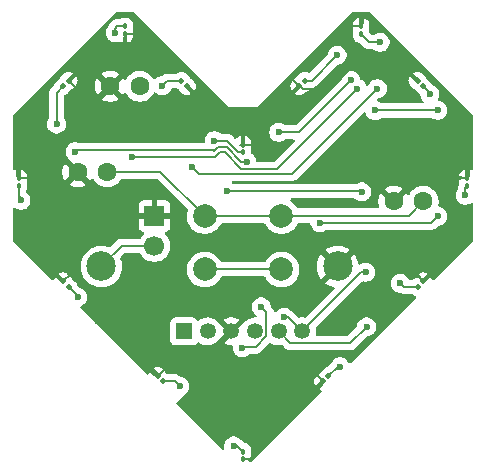
<source format=gbr>
%TF.GenerationSoftware,KiCad,Pcbnew,9.0.6*%
%TF.CreationDate,2026-01-31T16:43:30+03:00*%
%TF.ProjectId,st-valentine-postcard,73742d76-616c-4656-9e74-696e652d706f,rev?*%
%TF.SameCoordinates,Original*%
%TF.FileFunction,Copper,L1,Top*%
%TF.FilePolarity,Positive*%
%FSLAX46Y46*%
G04 Gerber Fmt 4.6, Leading zero omitted, Abs format (unit mm)*
G04 Created by KiCad (PCBNEW 9.0.6) date 2026-01-31 16:43:30*
%MOMM*%
%LPD*%
G01*
G04 APERTURE LIST*
G04 Aperture macros list*
%AMRoundRect*
0 Rectangle with rounded corners*
0 $1 Rounding radius*
0 $2 $3 $4 $5 $6 $7 $8 $9 X,Y pos of 4 corners*
0 Add a 4 corners polygon primitive as box body*
4,1,4,$2,$3,$4,$5,$6,$7,$8,$9,$2,$3,0*
0 Add four circle primitives for the rounded corners*
1,1,$1+$1,$2,$3*
1,1,$1+$1,$4,$5*
1,1,$1+$1,$6,$7*
1,1,$1+$1,$8,$9*
0 Add four rect primitives between the rounded corners*
20,1,$1+$1,$2,$3,$4,$5,0*
20,1,$1+$1,$4,$5,$6,$7,0*
20,1,$1+$1,$6,$7,$8,$9,0*
20,1,$1+$1,$8,$9,$2,$3,0*%
G04 Aperture macros list end*
%TA.AperFunction,SMDPad,CuDef*%
%ADD10RoundRect,0.100000X-0.162635X0.021213X0.021213X-0.162635X0.162635X-0.021213X-0.021213X0.162635X0*%
%TD*%
%TA.AperFunction,SMDPad,CuDef*%
%ADD11RoundRect,0.100000X-0.100000X0.130000X-0.100000X-0.130000X0.100000X-0.130000X0.100000X0.130000X0*%
%TD*%
%TA.AperFunction,ComponentPad*%
%ADD12R,1.350000X1.350000*%
%TD*%
%TA.AperFunction,ComponentPad*%
%ADD13C,1.350000*%
%TD*%
%TA.AperFunction,SMDPad,CuDef*%
%ADD14RoundRect,0.100000X0.100000X-0.130000X0.100000X0.130000X-0.100000X0.130000X-0.100000X-0.130000X0*%
%TD*%
%TA.AperFunction,SMDPad,CuDef*%
%ADD15RoundRect,0.100000X0.021213X0.162635X-0.162635X-0.021213X-0.021213X-0.162635X0.162635X0.021213X0*%
%TD*%
%TA.AperFunction,ComponentPad*%
%ADD16C,2.000000*%
%TD*%
%TA.AperFunction,ComponentPad*%
%ADD17R,1.700000X1.700000*%
%TD*%
%TA.AperFunction,ComponentPad*%
%ADD18C,1.700000*%
%TD*%
%TA.AperFunction,SMDPad,CuDef*%
%ADD19RoundRect,0.100000X-0.021213X-0.162635X0.162635X0.021213X0.021213X0.162635X-0.162635X-0.021213X0*%
%TD*%
%TA.AperFunction,SMDPad,CuDef*%
%ADD20RoundRect,0.100000X0.162635X-0.021213X-0.021213X0.162635X-0.162635X0.021213X0.021213X-0.162635X0*%
%TD*%
%TA.AperFunction,ComponentPad*%
%ADD21C,1.600000*%
%TD*%
%TA.AperFunction,ComponentPad*%
%ADD22C,2.500000*%
%TD*%
%TA.AperFunction,ViaPad*%
%ADD23C,0.600000*%
%TD*%
%TA.AperFunction,Conductor*%
%ADD24C,0.200000*%
%TD*%
G04 APERTURE END LIST*
D10*
%TO.P,D4,1,K*%
%TO.N,GND*%
X164773726Y-76273726D03*
%TO.P,D4,2,A*%
%TO.N,Net-(D4-A)*%
X165226274Y-76726274D03*
%TD*%
D11*
%TO.P,D5,1,K*%
%TO.N,GND*%
X169000000Y-84525000D03*
%TO.P,D5,2,A*%
%TO.N,Net-(D5-A)*%
X169000000Y-85165000D03*
%TD*%
D10*
%TO.P,D10,1,K*%
%TO.N,GND*%
X134773726Y-93273726D03*
%TO.P,D10,2,A*%
%TO.N,Net-(D10-A)*%
X135226274Y-93726274D03*
%TD*%
D12*
%TO.P,J1,1,Pin_1*%
%TO.N,+3V*%
X145000000Y-97500000D03*
D13*
%TO.P,J1,2,Pin_2*%
%TO.N,/LED11*%
X147000000Y-97500000D03*
%TO.P,J1,3,Pin_3*%
%TO.N,GND*%
X149000000Y-97500000D03*
%TO.P,J1,4,Pin_4*%
%TO.N,/LED10*%
X151000000Y-97500000D03*
%TO.P,J1,5,Pin_5*%
%TO.N,/LED0*%
X153000000Y-97500000D03*
%TO.P,J1,6,Pin_6*%
%TO.N,/LED2*%
X155000000Y-97500000D03*
%TD*%
D14*
%TO.P,D8,1,K*%
%TO.N,GND*%
X150000000Y-108320000D03*
%TO.P,D8,2,A*%
%TO.N,Net-(D8-A)*%
X150000000Y-107680000D03*
%TD*%
D10*
%TO.P,D9,1,K*%
%TO.N,GND*%
X142773726Y-101273726D03*
%TO.P,D9,2,A*%
%TO.N,Net-(D9-A)*%
X143226274Y-101726274D03*
%TD*%
D11*
%TO.P,D11,1,K*%
%TO.N,GND*%
X131000000Y-84530000D03*
%TO.P,D11,2,A*%
%TO.N,Net-(D11-A)*%
X131000000Y-85170000D03*
%TD*%
D15*
%TO.P,D6,1,K*%
%TO.N,GND*%
X165226274Y-93273726D03*
%TO.P,D6,2,A*%
%TO.N,Net-(D6-A)*%
X164773726Y-93726274D03*
%TD*%
%TO.P,D12,1,K*%
%TO.N,GND*%
X135226274Y-76273726D03*
%TO.P,D12,2,A*%
%TO.N,Net-(D12-A)*%
X134773726Y-76726274D03*
%TD*%
D16*
%TO.P,SW1,1,1*%
%TO.N,+3V*%
X146750000Y-87750000D03*
X153250000Y-87750000D03*
%TO.P,SW1,2,2*%
%TO.N,Net-(U1-PB1)*%
X146750000Y-92250000D03*
X153250000Y-92250000D03*
%TD*%
D17*
%TO.P,J2,1,Pin_1*%
%TO.N,GND*%
X142500000Y-87725000D03*
D18*
%TO.P,J2,2,Pin_2*%
%TO.N,Net-(BT1-+)*%
X142500000Y-90265000D03*
%TD*%
D19*
%TO.P,D7,1,K*%
%TO.N,GND*%
X156773726Y-101726274D03*
%TO.P,D7,2,A*%
%TO.N,Net-(D7-A)*%
X157226274Y-101273726D03*
%TD*%
D11*
%TO.P,D1,1,K*%
%TO.N,GND*%
X150000000Y-81680000D03*
%TO.P,D1,2,A*%
%TO.N,Net-(D1-A)*%
X150000000Y-82320000D03*
%TD*%
D19*
%TO.P,D2,1,K*%
%TO.N,GND*%
X154773726Y-76726274D03*
%TO.P,D2,2,A*%
%TO.N,Net-(D2-A)*%
X155226274Y-76273726D03*
%TD*%
D20*
%TO.P,D14,1,K*%
%TO.N,GND*%
X145226274Y-76726274D03*
%TO.P,D14,2,A*%
%TO.N,Net-(D14-A)*%
X144773726Y-76273726D03*
%TD*%
D11*
%TO.P,D3,1,K*%
%TO.N,GND*%
X160000000Y-71680000D03*
%TO.P,D3,2,A*%
%TO.N,Net-(D3-A)*%
X160000000Y-72320000D03*
%TD*%
D14*
%TO.P,D13,1,K*%
%TO.N,GND*%
X140000000Y-72320000D03*
%TO.P,D13,2,A*%
%TO.N,Net-(D13-A)*%
X140000000Y-71680000D03*
%TD*%
D21*
%TO.P,C2,1*%
%TO.N,+3V*%
X165250000Y-86500000D03*
%TO.P,C2,2*%
%TO.N,GND*%
X162750000Y-86500000D03*
%TD*%
%TO.P,C1,1*%
%TO.N,+3V*%
X138500000Y-84000000D03*
%TO.P,C1,2*%
%TO.N,GND*%
X136000000Y-84000000D03*
%TD*%
D22*
%TO.P,BT1,1,+*%
%TO.N,Net-(BT1-+)*%
X138000000Y-92000000D03*
%TO.P,BT1,2,-*%
%TO.N,GND*%
X158000000Y-92000000D03*
%TD*%
D21*
%TO.P,C3,1*%
%TO.N,+3V*%
X141250000Y-76750000D03*
%TO.P,C3,2*%
%TO.N,GND*%
X138750000Y-76750000D03*
%TD*%
D23*
%TO.N,GND*%
X161058400Y-74747300D03*
X158400000Y-72000000D03*
X132200000Y-81800000D03*
X158213900Y-83200000D03*
X161400000Y-83200000D03*
X160800000Y-94600000D03*
X142200000Y-94400000D03*
%TO.N,Net-(D1-A)*%
X147577300Y-81355300D03*
%TO.N,Net-(D2-A)*%
X157958800Y-74112500D03*
%TO.N,Net-(D3-A)*%
X161600000Y-73018300D03*
%TO.N,Net-(D4-A)*%
X165800000Y-77400000D03*
%TO.N,Net-(D5-A)*%
X168821700Y-85977900D03*
%TO.N,Net-(D6-A)*%
X163296800Y-93419500D03*
%TO.N,Net-(D7-A)*%
X158200000Y-100500000D03*
%TO.N,Net-(D8-A)*%
X149200000Y-107200000D03*
%TO.N,Net-(D9-A)*%
X144632100Y-102142500D03*
%TO.N,Net-(D10-A)*%
X136000000Y-94600000D03*
%TO.N,Net-(D11-A)*%
X131200000Y-86400000D03*
%TO.N,Net-(D12-A)*%
X134207300Y-79949200D03*
%TO.N,Net-(D13-A)*%
X139157100Y-72200000D03*
%TO.N,Net-(D14-A)*%
X143153800Y-76698300D03*
%TO.N,/LED0*%
X161157500Y-78799100D03*
X160453300Y-97120900D03*
X166495800Y-78781600D03*
%TO.N,/LED11*%
X150303000Y-83130300D03*
X135771500Y-82292500D03*
%TO.N,/LED2*%
X153470700Y-96283700D03*
X153011000Y-80645000D03*
X159135600Y-76231300D03*
X160368300Y-92485500D03*
%TO.N,/LED1*%
X148629700Y-85645000D03*
X160050800Y-85692200D03*
%TO.N,/LED5*%
X166495700Y-87752100D03*
X156504100Y-88294400D03*
%TO.N,/LED9*%
X151532700Y-95430500D03*
X149928100Y-98884500D03*
%TO.N,/LED12*%
X140628000Y-82730800D03*
X159688100Y-76956000D03*
%TO.N,/LED13*%
X145693300Y-83543600D03*
X161377800Y-76956000D03*
%TD*%
D24*
%TO.N,Net-(BT1-+)*%
X142500000Y-90265000D02*
X139735000Y-90265000D01*
X139735000Y-90265000D02*
X138000000Y-92000000D01*
%TO.N,GND*%
X135226274Y-76273726D02*
X136000000Y-77047452D01*
X156773726Y-101726274D02*
X156075000Y-101027548D01*
X151070000Y-81680000D02*
X151150000Y-81600000D01*
X169000000Y-84525000D02*
X164725000Y-84525000D01*
X150000000Y-108320000D02*
X150680000Y-108320000D01*
X159025800Y-75234100D02*
X159025800Y-75272700D01*
X164725000Y-84525000D02*
X162750000Y-86500000D01*
X139854600Y-77854600D02*
X138750000Y-76750000D01*
X164773700Y-76273700D02*
X163772700Y-75272700D01*
X154863700Y-76816300D02*
X155034600Y-76987200D01*
X163772700Y-75272700D02*
X159025800Y-75272700D01*
X139725000Y-87725000D02*
X142500000Y-87725000D01*
X165226300Y-93273700D02*
X163836400Y-91883800D01*
X156445200Y-76901000D02*
X157397500Y-76901000D01*
X150000000Y-81680000D02*
X149746200Y-81680000D01*
X135425000Y-92622452D02*
X135425000Y-92600000D01*
X159020000Y-71680000D02*
X159000000Y-71700000D01*
X136401500Y-93145900D02*
X136807300Y-93551700D01*
X159495400Y-74747300D02*
X161058400Y-74747300D01*
X145051700Y-93551700D02*
X149000000Y-97500000D01*
X156359000Y-76987200D02*
X156445200Y-76901000D01*
X131000000Y-84530000D02*
X132145000Y-84530000D01*
X151000000Y-108000000D02*
X150680000Y-108320000D01*
X145598200Y-77098200D02*
X145226300Y-76726300D01*
X145598200Y-77532000D02*
X145598200Y-77098200D01*
X145598200Y-77532000D02*
X145275600Y-77854600D01*
X158000000Y-92000000D02*
X155171200Y-94828800D01*
X154150000Y-76100000D02*
X154150000Y-76102548D01*
X159495400Y-74747300D02*
X159495400Y-75234100D01*
X142773726Y-101273726D02*
X143547452Y-100500000D01*
X132145000Y-84530000D02*
X132150000Y-84525000D01*
X158116200Y-91883800D02*
X158000000Y-92000000D01*
X136000000Y-84000000D02*
X139725000Y-87725000D01*
X160000000Y-71680000D02*
X159020000Y-71680000D01*
X136000000Y-77047452D02*
X136000000Y-77050000D01*
X159025800Y-75234100D02*
X159495400Y-75234100D01*
X157397500Y-76901000D02*
X159025800Y-75272700D01*
X136401500Y-91048500D02*
X139725000Y-87725000D01*
X150000000Y-108320000D02*
X149929500Y-108390500D01*
X154773700Y-76726300D02*
X154863700Y-76816300D01*
X141195000Y-72320000D02*
X141200000Y-72325000D01*
X149000000Y-97112400D02*
X149000000Y-97500000D01*
X160000000Y-71680000D02*
X159777200Y-71680000D01*
X140000000Y-72320000D02*
X141195000Y-72320000D01*
X138273700Y-76273700D02*
X138750000Y-76750000D01*
X134773726Y-93273726D02*
X135425000Y-92622452D01*
X154773726Y-76726274D02*
X154150000Y-76102548D01*
X143547452Y-100500000D02*
X143775000Y-100500000D01*
X156075000Y-101027548D02*
X156075000Y-101025000D01*
X150000000Y-81680000D02*
X151070000Y-81680000D01*
X155034600Y-76987200D02*
X156359000Y-76987200D01*
%TO.N,+3V*%
X165250000Y-86500000D02*
X164057300Y-87692700D01*
X164057300Y-87692700D02*
X153307300Y-87692700D01*
X146750000Y-87750000D02*
X143000000Y-84000000D01*
X153307300Y-87692700D02*
X153250000Y-87750000D01*
X143000000Y-84000000D02*
X138500000Y-84000000D01*
X146750000Y-87750000D02*
X153250000Y-87750000D01*
%TO.N,Net-(D1-A)*%
X148621200Y-81355300D02*
X147577300Y-81355300D01*
X149585900Y-82320000D02*
X148621200Y-81355300D01*
X150000000Y-82320000D02*
X149585900Y-82320000D01*
%TO.N,Net-(D2-A)*%
X155797600Y-76273700D02*
X157958800Y-74112500D01*
X155226300Y-76273700D02*
X155797600Y-76273700D01*
%TO.N,Net-(D3-A)*%
X161600000Y-73018300D02*
X160698300Y-73018300D01*
X160698300Y-73018300D02*
X160000000Y-72320000D01*
%TO.N,Net-(D4-A)*%
X165800000Y-77400000D02*
X165800000Y-77300000D01*
X165800000Y-77300000D02*
X165226274Y-76726274D01*
%TO.N,Net-(D5-A)*%
X169000000Y-85165000D02*
X168821700Y-85343300D01*
X168821700Y-85343300D02*
X168821700Y-85977900D01*
%TO.N,Net-(D6-A)*%
X163603600Y-93726300D02*
X163296800Y-93419500D01*
X164773700Y-93726300D02*
X163603600Y-93726300D01*
%TO.N,Net-(D7-A)*%
X158200000Y-100500000D02*
X158000000Y-100500000D01*
X158000000Y-100500000D02*
X157226274Y-101273726D01*
%TO.N,Net-(D8-A)*%
X149520000Y-107200000D02*
X150000000Y-107680000D01*
X149200000Y-107200000D02*
X149520000Y-107200000D01*
%TO.N,Net-(D9-A)*%
X143226300Y-101726300D02*
X144215900Y-101726300D01*
X144215900Y-101726300D02*
X144632100Y-102142500D01*
%TO.N,Net-(D10-A)*%
X136000000Y-94600000D02*
X136000000Y-94500000D01*
X136000000Y-94500000D02*
X135226274Y-93726274D01*
%TO.N,Net-(D11-A)*%
X131200000Y-86400000D02*
X131200000Y-86204200D01*
X131200000Y-86204200D02*
X131000000Y-86004200D01*
X131000000Y-86004200D02*
X131000000Y-85170000D01*
%TO.N,Net-(D12-A)*%
X134773700Y-76726300D02*
X134207300Y-77292700D01*
X134207300Y-77292700D02*
X134207300Y-79949200D01*
%TO.N,Net-(D13-A)*%
X139157100Y-72200000D02*
X139157100Y-71864200D01*
X139341300Y-71680000D02*
X140000000Y-71680000D01*
X139157100Y-71864200D02*
X139341300Y-71680000D01*
%TO.N,Net-(D14-A)*%
X143578400Y-76273700D02*
X143153800Y-76698300D01*
X144773700Y-76273700D02*
X143578400Y-76273700D01*
%TO.N,/LED0*%
X159093500Y-98480700D02*
X153980700Y-98480700D01*
X166478300Y-78799100D02*
X166495800Y-78781600D01*
X160453300Y-97120900D02*
X159093500Y-98480700D01*
X153980700Y-98480700D02*
X153000000Y-97500000D01*
X161157500Y-78799100D02*
X166478300Y-78799100D01*
%TO.N,/LED11*%
X150303000Y-83130300D02*
X150303000Y-83130200D01*
X149807300Y-83130200D02*
X148604500Y-81927400D01*
X147500300Y-82129100D02*
X135934900Y-82129100D01*
X150303000Y-83130200D02*
X149807300Y-83130200D01*
X147577500Y-82206200D02*
X147500300Y-82129100D01*
X135934900Y-82129100D02*
X135771500Y-82292500D01*
X148604500Y-81927400D02*
X147856300Y-81927400D01*
X147577500Y-82206200D02*
X147856300Y-81927400D01*
%TO.N,/LED2*%
X160014500Y-92485500D02*
X160368300Y-92485500D01*
X154721900Y-80645000D02*
X153011000Y-80645000D01*
X159135600Y-76231300D02*
X154721900Y-80645000D01*
X153470700Y-96283700D02*
X153783700Y-96283700D01*
X155000000Y-97500000D02*
X160014500Y-92485500D01*
X153783700Y-96283700D02*
X155000000Y-97500000D01*
%TO.N,/LED1*%
X148629700Y-85645000D02*
X160003600Y-85645000D01*
X160003600Y-85645000D02*
X160050800Y-85692200D01*
%TO.N,/LED5*%
X165953400Y-88294400D02*
X156504100Y-88294400D01*
X166495700Y-87752100D02*
X165953400Y-88294400D01*
%TO.N,/LED9*%
X151068700Y-98812600D02*
X151976700Y-97904600D01*
X150000000Y-98812600D02*
X151068700Y-98812600D01*
X149928100Y-98884500D02*
X150000000Y-98812600D01*
X151976700Y-95874500D02*
X151532700Y-95430500D01*
X151976700Y-97904600D02*
X151976700Y-95874500D01*
%TO.N,/LED12*%
X147622400Y-82729300D02*
X148022600Y-82329100D01*
X148438200Y-82329100D02*
X148022600Y-82329100D01*
X140629500Y-82729300D02*
X140628000Y-82730800D01*
X159688100Y-76956000D02*
X152890100Y-83754000D01*
X152890100Y-83754000D02*
X149863100Y-83754000D01*
X147622400Y-82729300D02*
X140629500Y-82729300D01*
X149863100Y-83754000D02*
X148438200Y-82329100D01*
%TO.N,/LED13*%
X161377800Y-76956000D02*
X154178000Y-84155800D01*
X154178000Y-84155800D02*
X146305500Y-84155800D01*
X146305500Y-84155800D02*
X145693300Y-83543600D01*
%TO.N,Net-(U1-PB1)*%
X146750000Y-92250000D02*
X153250000Y-92250000D01*
%TD*%
%TA.AperFunction,Conductor*%
%TO.N,GND*%
G36*
X140808363Y-70520185D02*
G01*
X140829005Y-70536819D01*
X148599500Y-78307314D01*
X148692686Y-78400500D01*
X148806814Y-78466392D01*
X148934107Y-78500500D01*
X148934108Y-78500500D01*
X148934109Y-78500500D01*
X151065890Y-78500500D01*
X151065892Y-78500500D01*
X151193186Y-78466392D01*
X151307314Y-78400500D01*
X152960327Y-76747487D01*
X154005914Y-76747487D01*
X154026535Y-76904117D01*
X154026536Y-76904121D01*
X154086990Y-77050071D01*
X154086993Y-77050077D01*
X154121764Y-77095390D01*
X154121765Y-77095390D01*
X154480630Y-76736527D01*
X154488575Y-76732188D01*
X154494001Y-76724941D01*
X154518760Y-76715706D01*
X154541953Y-76703042D01*
X154550982Y-76703687D01*
X154559465Y-76700524D01*
X154585285Y-76706140D01*
X154611645Y-76708026D01*
X154620698Y-76713844D01*
X154627738Y-76715376D01*
X154655992Y-76736527D01*
X154763471Y-76844006D01*
X154796956Y-76905329D01*
X154791972Y-76975021D01*
X154763471Y-77019368D01*
X154404608Y-77378232D01*
X154404608Y-77378233D01*
X154449927Y-77413008D01*
X154449928Y-77413009D01*
X154595878Y-77473463D01*
X154595882Y-77473464D01*
X154752513Y-77494085D01*
X154909143Y-77473464D01*
X155044528Y-77417386D01*
X155055097Y-77413008D01*
X155056217Y-77412149D01*
X155068636Y-77403759D01*
X155074999Y-77399998D01*
X155075000Y-77400000D01*
X156175000Y-76750000D01*
X156174998Y-76749999D01*
X156193095Y-76739306D01*
X156193214Y-76738474D01*
X156196540Y-76733674D01*
X156197257Y-76730382D01*
X156218401Y-76702136D01*
X156218408Y-76702127D01*
X156223196Y-76697339D01*
X156278120Y-76642416D01*
X156278121Y-76642413D01*
X157973462Y-74947072D01*
X158034783Y-74913589D01*
X158036950Y-74913138D01*
X158094885Y-74901613D01*
X158192297Y-74882237D01*
X158337979Y-74821894D01*
X158469089Y-74734289D01*
X158580589Y-74622789D01*
X158668194Y-74491679D01*
X158728537Y-74345997D01*
X158759300Y-74191342D01*
X158759300Y-74033658D01*
X158759300Y-74033655D01*
X158759299Y-74033653D01*
X158728538Y-73879010D01*
X158728538Y-73879008D01*
X158728537Y-73879003D01*
X158728535Y-73878998D01*
X158668197Y-73733327D01*
X158668190Y-73733314D01*
X158580589Y-73602210D01*
X158469092Y-73490713D01*
X158469088Y-73490710D01*
X158337985Y-73403109D01*
X158337972Y-73403102D01*
X158192301Y-73342764D01*
X158192289Y-73342761D01*
X158037645Y-73312000D01*
X158037642Y-73312000D01*
X157879958Y-73312000D01*
X157879955Y-73312000D01*
X157725310Y-73342761D01*
X157725298Y-73342764D01*
X157579627Y-73403102D01*
X157579614Y-73403109D01*
X157448511Y-73490710D01*
X157448507Y-73490713D01*
X157337013Y-73602207D01*
X157337011Y-73602210D01*
X157249409Y-73733314D01*
X157249402Y-73733327D01*
X157189064Y-73878998D01*
X157189061Y-73879008D01*
X157158161Y-74034350D01*
X157125776Y-74096261D01*
X157124225Y-74097839D01*
X155669146Y-75552917D01*
X155607823Y-75586402D01*
X155538131Y-75581418D01*
X155534013Y-75579797D01*
X155404252Y-75526049D01*
X155404250Y-75526048D01*
X155404249Y-75526048D01*
X155299741Y-75512288D01*
X155247488Y-75505409D01*
X155247486Y-75505409D01*
X155169106Y-75515728D01*
X155090725Y-75526048D01*
X155090724Y-75526048D01*
X155090721Y-75526049D01*
X154944647Y-75586554D01*
X154944644Y-75586555D01*
X154850705Y-75658638D01*
X154850696Y-75658646D01*
X154656596Y-75852747D01*
X154632441Y-75865936D01*
X154180909Y-76340044D01*
X154107085Y-76417559D01*
X154107084Y-76417561D01*
X154090187Y-76435303D01*
X154089579Y-76437174D01*
X154090103Y-76437391D01*
X154087349Y-76444038D01*
X154087169Y-76444594D01*
X154086993Y-76444898D01*
X154026535Y-76590855D01*
X154026535Y-76590856D01*
X154005914Y-76747487D01*
X152960327Y-76747487D01*
X157557175Y-72150639D01*
X159299500Y-72150639D01*
X159299500Y-72154451D01*
X159299500Y-72154452D01*
X159299500Y-72489363D01*
X159314953Y-72606753D01*
X159314956Y-72606762D01*
X159357839Y-72710292D01*
X159375464Y-72752841D01*
X159471718Y-72878282D01*
X159597159Y-72974536D01*
X159743238Y-73035044D01*
X159842660Y-73048133D01*
X159906555Y-73076398D01*
X159914155Y-73083390D01*
X160213439Y-73382674D01*
X160213449Y-73382685D01*
X160217779Y-73387015D01*
X160217780Y-73387016D01*
X160329584Y-73498820D01*
X160329586Y-73498821D01*
X160329590Y-73498824D01*
X160466509Y-73577873D01*
X160466516Y-73577877D01*
X160557332Y-73602211D01*
X160619242Y-73618800D01*
X160619243Y-73618800D01*
X161020234Y-73618800D01*
X161087273Y-73638485D01*
X161089125Y-73639698D01*
X161220814Y-73727690D01*
X161220827Y-73727697D01*
X161366498Y-73788035D01*
X161366503Y-73788037D01*
X161521153Y-73818799D01*
X161521156Y-73818800D01*
X161521158Y-73818800D01*
X161678844Y-73818800D01*
X161678845Y-73818799D01*
X161833497Y-73788037D01*
X161979179Y-73727694D01*
X162110289Y-73640089D01*
X162221789Y-73528589D01*
X162309394Y-73397479D01*
X162369737Y-73251797D01*
X162400500Y-73097142D01*
X162400500Y-72939458D01*
X162400500Y-72939455D01*
X162400499Y-72939453D01*
X162369738Y-72784810D01*
X162369737Y-72784803D01*
X162356497Y-72752839D01*
X162309397Y-72639127D01*
X162309390Y-72639114D01*
X162221789Y-72508011D01*
X162221786Y-72508007D01*
X162110292Y-72396513D01*
X162110288Y-72396510D01*
X161979185Y-72308909D01*
X161979172Y-72308902D01*
X161833501Y-72248564D01*
X161833489Y-72248561D01*
X161678845Y-72217800D01*
X161678842Y-72217800D01*
X161521158Y-72217800D01*
X161521155Y-72217800D01*
X161366510Y-72248561D01*
X161366498Y-72248564D01*
X161220827Y-72308902D01*
X161220814Y-72308909D01*
X161089125Y-72396902D01*
X161071078Y-72402552D01*
X161055169Y-72412777D01*
X161024207Y-72417228D01*
X161022447Y-72417780D01*
X161020234Y-72417800D01*
X160998397Y-72417800D01*
X160931358Y-72398115D01*
X160910716Y-72381481D01*
X160733390Y-72204155D01*
X160699905Y-72142832D01*
X160698132Y-72132657D01*
X160685046Y-72033249D01*
X160685044Y-72033244D01*
X160685044Y-72033238D01*
X160685041Y-72033231D01*
X160684477Y-72031125D01*
X160684303Y-72027608D01*
X160683984Y-72025179D01*
X160684182Y-72025152D01*
X160683957Y-72020579D01*
X160681174Y-72014136D01*
X160682621Y-71993449D01*
X160681902Y-71978849D01*
X160687413Y-71945426D01*
X160700000Y-71919303D01*
X160700000Y-71418324D01*
X160686563Y-71398214D01*
X160624100Y-71247413D01*
X160527924Y-71122075D01*
X160402586Y-71025899D01*
X160256631Y-70965444D01*
X160200000Y-70957987D01*
X160200000Y-71465500D01*
X160197449Y-71474185D01*
X160198738Y-71483147D01*
X160187759Y-71507187D01*
X160180315Y-71532539D01*
X160173474Y-71538466D01*
X160169713Y-71546703D01*
X160147478Y-71560992D01*
X160127511Y-71578294D01*
X160116996Y-71580581D01*
X160110935Y-71584477D01*
X160076000Y-71589500D01*
X159924000Y-71589500D01*
X159856961Y-71569815D01*
X159811206Y-71517011D01*
X159800000Y-71465500D01*
X159800000Y-70957987D01*
X159743368Y-70965444D01*
X159597413Y-71025899D01*
X159472075Y-71122075D01*
X159375899Y-71247413D01*
X159315445Y-71393365D01*
X159315444Y-71393369D01*
X159310903Y-71427860D01*
X159300000Y-71452505D01*
X159300000Y-71966909D01*
X159313145Y-71990983D01*
X159313331Y-71995450D01*
X159314419Y-71997735D01*
X159314983Y-72033025D01*
X159314950Y-72033276D01*
X159299500Y-72150639D01*
X157557175Y-72150639D01*
X159170995Y-70536819D01*
X159232318Y-70503334D01*
X159258676Y-70500500D01*
X160741324Y-70500500D01*
X160808363Y-70520185D01*
X160829005Y-70536819D01*
X169463181Y-79170995D01*
X169496666Y-79232318D01*
X169499500Y-79258676D01*
X169499500Y-83725464D01*
X169479815Y-83792503D01*
X169427011Y-83838258D01*
X169357853Y-83848202D01*
X169328048Y-83840025D01*
X169256631Y-83810444D01*
X169200000Y-83802987D01*
X169200000Y-84310500D01*
X169197449Y-84319185D01*
X169198738Y-84328147D01*
X169187759Y-84352187D01*
X169180315Y-84377539D01*
X169173474Y-84383466D01*
X169169713Y-84391703D01*
X169147478Y-84405992D01*
X169127511Y-84423294D01*
X169116996Y-84425581D01*
X169110935Y-84429477D01*
X169076000Y-84434500D01*
X168924000Y-84434500D01*
X168856961Y-84414815D01*
X168811206Y-84362011D01*
X168800000Y-84310500D01*
X168800000Y-83802987D01*
X168743368Y-83810444D01*
X168597413Y-83870899D01*
X168472075Y-83967075D01*
X168375899Y-84092413D01*
X168315445Y-84238365D01*
X168315444Y-84238369D01*
X168304038Y-84325000D01*
X168473568Y-84325000D01*
X168495146Y-84331336D01*
X168517570Y-84333070D01*
X168528023Y-84340990D01*
X168540607Y-84344685D01*
X168555334Y-84361681D01*
X168573261Y-84375263D01*
X168577773Y-84387577D01*
X168586362Y-84397489D01*
X168589562Y-84419748D01*
X168597301Y-84440866D01*
X168594439Y-84453665D01*
X168596306Y-84466647D01*
X168586962Y-84487105D01*
X168582056Y-84509053D01*
X168571162Y-84521702D01*
X168567281Y-84530203D01*
X168560743Y-84537185D01*
X168555219Y-84542645D01*
X168471718Y-84606718D01*
X168413016Y-84683219D01*
X168406982Y-84689185D01*
X168383392Y-84701889D01*
X168361755Y-84717689D01*
X168350375Y-84719672D01*
X168345467Y-84722316D01*
X168338359Y-84721766D01*
X168319807Y-84725000D01*
X168304041Y-84725000D01*
X168304039Y-84725001D01*
X168315442Y-84811628D01*
X168315525Y-84811935D01*
X168315574Y-84812629D01*
X168316504Y-84819689D01*
X168316083Y-84819744D01*
X168318874Y-84858731D01*
X168317187Y-84872850D01*
X168314956Y-84878238D01*
X168299500Y-84995639D01*
X168299500Y-85020931D01*
X168298625Y-85028257D01*
X168290429Y-85047400D01*
X168282887Y-85075550D01*
X168262124Y-85111511D01*
X168262123Y-85111515D01*
X168221199Y-85264243D01*
X168221199Y-85264245D01*
X168221199Y-85398135D01*
X168201514Y-85465174D01*
X168200301Y-85467026D01*
X168112309Y-85598714D01*
X168112302Y-85598727D01*
X168051964Y-85744398D01*
X168051961Y-85744410D01*
X168021200Y-85899053D01*
X168021200Y-86056746D01*
X168051961Y-86211389D01*
X168051964Y-86211401D01*
X168112302Y-86357072D01*
X168112309Y-86357085D01*
X168199910Y-86488188D01*
X168199913Y-86488192D01*
X168311407Y-86599686D01*
X168311411Y-86599689D01*
X168442514Y-86687290D01*
X168442527Y-86687297D01*
X168588198Y-86747635D01*
X168588203Y-86747637D01*
X168742853Y-86778399D01*
X168742856Y-86778400D01*
X168742858Y-86778400D01*
X168900544Y-86778400D01*
X168900545Y-86778399D01*
X169055197Y-86747637D01*
X169200879Y-86687294D01*
X169306610Y-86616646D01*
X169373286Y-86595769D01*
X169440666Y-86614253D01*
X169487357Y-86666232D01*
X169499500Y-86719749D01*
X169499500Y-89741323D01*
X169479815Y-89808362D01*
X169463181Y-89829004D01*
X166169956Y-93122228D01*
X166108633Y-93155713D01*
X166038941Y-93150729D01*
X165983008Y-93108857D01*
X165967714Y-93081999D01*
X165913009Y-92949928D01*
X165913008Y-92949927D01*
X165878233Y-92904608D01*
X165878232Y-92904608D01*
X165519368Y-93263472D01*
X165511422Y-93267810D01*
X165505997Y-93275058D01*
X165481238Y-93284292D01*
X165458045Y-93296957D01*
X165449014Y-93296311D01*
X165440532Y-93299475D01*
X165414711Y-93293858D01*
X165388353Y-93291973D01*
X165379298Y-93286154D01*
X165372260Y-93284623D01*
X165344011Y-93263476D01*
X165264562Y-93184028D01*
X165236526Y-93155992D01*
X165203042Y-93094669D01*
X165208026Y-93024977D01*
X165236527Y-92980630D01*
X165595390Y-92621765D01*
X165595390Y-92621764D01*
X165550077Y-92586993D01*
X165550071Y-92586990D01*
X165404121Y-92526536D01*
X165404117Y-92526535D01*
X165247487Y-92505914D01*
X165090856Y-92526535D01*
X165090855Y-92526535D01*
X164944898Y-92586993D01*
X164875576Y-92640184D01*
X164875576Y-92640185D01*
X164995452Y-92760061D01*
X165006229Y-92779798D01*
X165020860Y-92796881D01*
X165022651Y-92809873D01*
X165028937Y-92821384D01*
X165027332Y-92843817D01*
X165030405Y-92866096D01*
X165024888Y-92877993D01*
X165023953Y-92891076D01*
X165010473Y-92909082D01*
X165001014Y-92929483D01*
X164989941Y-92936509D01*
X164982081Y-92947009D01*
X164961008Y-92954868D01*
X164942020Y-92966918D01*
X164925373Y-92968160D01*
X164916617Y-92971426D01*
X164907056Y-92971740D01*
X164899286Y-92971695D01*
X164794939Y-92957957D01*
X164699343Y-92970542D01*
X164690848Y-92970494D01*
X164665184Y-92962797D01*
X164638712Y-92958669D01*
X164629262Y-92952024D01*
X164623923Y-92950423D01*
X164619286Y-92945008D01*
X164603882Y-92934177D01*
X164592734Y-92923029D01*
X164539534Y-92992360D01*
X164539377Y-92992633D01*
X164538994Y-92993063D01*
X164534594Y-92998799D01*
X164534185Y-92998485D01*
X164533325Y-92999454D01*
X164531308Y-93004872D01*
X164518155Y-93016553D01*
X164506365Y-93029843D01*
X164496371Y-93037333D01*
X164492098Y-93039103D01*
X164411928Y-93100619D01*
X164411386Y-93101026D01*
X164379276Y-93113022D01*
X164347337Y-93125370D01*
X164346087Y-93125422D01*
X164345935Y-93125479D01*
X164345739Y-93125436D01*
X164337020Y-93125800D01*
X164124454Y-93125800D01*
X164057415Y-93106115D01*
X164011660Y-93053311D01*
X164009912Y-93049297D01*
X164006194Y-93040321D01*
X164004646Y-93038005D01*
X163918589Y-92909211D01*
X163918586Y-92909207D01*
X163807092Y-92797713D01*
X163807088Y-92797710D01*
X163675985Y-92710109D01*
X163675972Y-92710102D01*
X163530301Y-92649764D01*
X163530289Y-92649761D01*
X163375645Y-92619000D01*
X163375642Y-92619000D01*
X163217958Y-92619000D01*
X163217955Y-92619000D01*
X163063310Y-92649761D01*
X163063298Y-92649764D01*
X162917627Y-92710102D01*
X162917614Y-92710109D01*
X162786511Y-92797710D01*
X162786507Y-92797713D01*
X162675013Y-92909207D01*
X162675010Y-92909211D01*
X162587409Y-93040314D01*
X162587402Y-93040327D01*
X162527064Y-93185998D01*
X162527061Y-93186010D01*
X162496300Y-93340653D01*
X162496300Y-93498346D01*
X162527061Y-93652989D01*
X162527064Y-93653001D01*
X162587402Y-93798672D01*
X162587409Y-93798685D01*
X162675010Y-93929788D01*
X162675013Y-93929792D01*
X162786507Y-94041286D01*
X162786511Y-94041289D01*
X162917614Y-94128890D01*
X162917627Y-94128897D01*
X163063298Y-94189235D01*
X163063303Y-94189237D01*
X163217953Y-94219999D01*
X163217956Y-94220000D01*
X163217958Y-94220000D01*
X163224488Y-94220000D01*
X163286487Y-94236612D01*
X163371816Y-94285877D01*
X163524543Y-94326801D01*
X163524545Y-94326801D01*
X163690254Y-94326801D01*
X163690270Y-94326800D01*
X164294664Y-94326800D01*
X164361703Y-94346485D01*
X164370152Y-94352426D01*
X164449666Y-94413441D01*
X164449667Y-94413442D01*
X164449669Y-94413442D01*
X164449672Y-94413445D01*
X164581621Y-94468099D01*
X164636020Y-94511937D01*
X164658086Y-94578231D01*
X164640807Y-94645930D01*
X164621846Y-94670339D01*
X159117347Y-100174838D01*
X159056024Y-100208323D01*
X158986332Y-100203339D01*
X158930399Y-100161467D01*
X158915106Y-100134611D01*
X158909394Y-100120821D01*
X158909391Y-100120816D01*
X158909390Y-100120814D01*
X158821789Y-99989711D01*
X158821786Y-99989707D01*
X158710292Y-99878213D01*
X158710288Y-99878210D01*
X158579185Y-99790609D01*
X158579172Y-99790602D01*
X158433501Y-99730264D01*
X158433489Y-99730261D01*
X158278845Y-99699500D01*
X158278842Y-99699500D01*
X158121158Y-99699500D01*
X158121155Y-99699500D01*
X157966510Y-99730261D01*
X157966498Y-99730264D01*
X157820827Y-99790602D01*
X157820814Y-99790609D01*
X157689711Y-99878210D01*
X157689707Y-99878213D01*
X157578213Y-99989707D01*
X157578207Y-99989715D01*
X157490607Y-100120817D01*
X157472227Y-100165189D01*
X157445348Y-100205414D01*
X157159633Y-100491130D01*
X157098310Y-100524615D01*
X157091902Y-100525732D01*
X157090725Y-100526047D01*
X156944647Y-100586554D01*
X156944644Y-100586555D01*
X156850705Y-100658638D01*
X156850697Y-100658645D01*
X156611196Y-100898147D01*
X156611193Y-100898151D01*
X156539097Y-100992105D01*
X156538605Y-100992958D01*
X156517471Y-101020036D01*
X156515660Y-101021789D01*
X156498756Y-101034544D01*
X156498796Y-101034596D01*
X156411394Y-101101659D01*
X156400823Y-101130525D01*
X156387331Y-101145928D01*
X156183342Y-101343257D01*
X156152616Y-101359378D01*
X156086991Y-101444902D01*
X156026535Y-101590855D01*
X156026535Y-101590856D01*
X156005914Y-101747487D01*
X156026535Y-101904117D01*
X156026536Y-101904121D01*
X156086990Y-102050071D01*
X156086993Y-102050077D01*
X156121764Y-102095390D01*
X156121765Y-102095390D01*
X156425644Y-101791512D01*
X156454402Y-101770087D01*
X156489382Y-101751195D01*
X156494345Y-101755655D01*
X156509867Y-101740132D01*
X156525809Y-101731523D01*
X156542972Y-101727872D01*
X156558372Y-101719463D01*
X156576435Y-101720754D01*
X156594149Y-101716987D01*
X156610562Y-101723195D01*
X156628064Y-101724447D01*
X156648369Y-101737495D01*
X156659500Y-101741706D01*
X156663667Y-101747326D01*
X156672413Y-101752947D01*
X156763472Y-101844005D01*
X156796957Y-101905328D01*
X156791973Y-101975020D01*
X156763472Y-102019368D01*
X156404608Y-102378232D01*
X156404608Y-102378233D01*
X156449927Y-102413008D01*
X156449928Y-102413009D01*
X156581998Y-102467714D01*
X156636402Y-102511555D01*
X156658467Y-102577849D01*
X156641188Y-102645548D01*
X156622227Y-102669956D01*
X150808503Y-108483681D01*
X150747180Y-108517166D01*
X150720822Y-108520000D01*
X150526432Y-108520000D01*
X150504853Y-108513663D01*
X150482430Y-108511930D01*
X150471976Y-108504009D01*
X150459393Y-108500315D01*
X150444665Y-108483318D01*
X150426739Y-108469737D01*
X150422226Y-108457422D01*
X150413638Y-108447511D01*
X150410437Y-108425251D01*
X150402699Y-108404134D01*
X150405560Y-108391334D01*
X150403694Y-108378353D01*
X150413037Y-108357894D01*
X150417944Y-108335947D01*
X150428837Y-108323297D01*
X150432719Y-108314797D01*
X150439257Y-108307815D01*
X150444780Y-108302354D01*
X150528282Y-108238282D01*
X150586983Y-108161780D01*
X150593018Y-108155815D01*
X150616607Y-108143110D01*
X150638245Y-108127311D01*
X150649624Y-108125327D01*
X150654533Y-108122684D01*
X150661640Y-108123233D01*
X150680193Y-108120000D01*
X150695959Y-108120000D01*
X150695960Y-108119998D01*
X150684557Y-108033375D01*
X150684478Y-108033078D01*
X150684477Y-108032769D01*
X150683496Y-108025310D01*
X150684477Y-108025180D01*
X150684477Y-107974885D01*
X150683983Y-107974820D01*
X150684477Y-107971067D01*
X150684477Y-107968875D01*
X150685040Y-107966771D01*
X150685044Y-107966762D01*
X150700500Y-107849361D01*
X150700499Y-107510640D01*
X150700499Y-107510636D01*
X150685046Y-107393246D01*
X150685044Y-107393241D01*
X150685044Y-107393238D01*
X150624536Y-107247159D01*
X150528282Y-107121718D01*
X150402841Y-107025464D01*
X150256762Y-106964956D01*
X150243120Y-106963160D01*
X150157339Y-106951866D01*
X150093442Y-106923599D01*
X150085844Y-106916608D01*
X149888717Y-106719481D01*
X149888716Y-106719480D01*
X149814938Y-106676885D01*
X149789259Y-106657181D01*
X149710289Y-106578211D01*
X149710288Y-106578210D01*
X149710287Y-106578209D01*
X149579185Y-106490609D01*
X149579172Y-106490602D01*
X149433501Y-106430264D01*
X149433489Y-106430261D01*
X149278845Y-106399500D01*
X149278842Y-106399500D01*
X149121158Y-106399500D01*
X149121155Y-106399500D01*
X148966510Y-106430261D01*
X148966498Y-106430264D01*
X148820827Y-106490602D01*
X148820814Y-106490609D01*
X148689711Y-106578210D01*
X148689707Y-106578213D01*
X148578213Y-106689707D01*
X148578210Y-106689711D01*
X148490609Y-106820814D01*
X148490602Y-106820827D01*
X148430264Y-106966498D01*
X148430261Y-106966510D01*
X148399500Y-107121153D01*
X148399500Y-107278846D01*
X148422262Y-107393279D01*
X148416035Y-107462871D01*
X148373172Y-107518048D01*
X148307282Y-107541292D01*
X148239285Y-107525224D01*
X148212964Y-107505151D01*
X144391587Y-103683774D01*
X144358102Y-103622451D01*
X144363086Y-103552759D01*
X144391587Y-103508412D01*
X145113630Y-102786368D01*
X145132413Y-102770954D01*
X145142389Y-102764289D01*
X145253889Y-102652789D01*
X145341494Y-102521679D01*
X145345688Y-102511555D01*
X145386506Y-102413009D01*
X145401837Y-102375997D01*
X145432600Y-102221342D01*
X145432600Y-102063658D01*
X145432600Y-102063655D01*
X145432599Y-102063653D01*
X145423790Y-102019368D01*
X145401837Y-101909003D01*
X145399813Y-101904117D01*
X145341497Y-101763327D01*
X145341490Y-101763314D01*
X145253889Y-101632211D01*
X145253886Y-101632207D01*
X145142392Y-101520713D01*
X145142388Y-101520710D01*
X145011285Y-101433109D01*
X145011272Y-101433102D01*
X144865601Y-101372764D01*
X144865591Y-101372761D01*
X144710251Y-101341862D01*
X144699208Y-101336914D01*
X144690712Y-101336278D01*
X144674631Y-101325904D01*
X144659793Y-101319257D01*
X144652883Y-101314047D01*
X144584616Y-101245780D01*
X144496088Y-101194669D01*
X144447685Y-101166723D01*
X144447684Y-101166722D01*
X144447683Y-101166722D01*
X144370078Y-101145928D01*
X144294957Y-101125799D01*
X144136843Y-101125799D01*
X144129247Y-101125799D01*
X144129231Y-101125800D01*
X143662978Y-101125800D01*
X143641701Y-101119552D01*
X143619580Y-101117958D01*
X143600767Y-101107532D01*
X143595939Y-101106115D01*
X143588612Y-101101026D01*
X143588059Y-101100612D01*
X143507902Y-101039103D01*
X143503624Y-101037331D01*
X143493633Y-101029843D01*
X143481160Y-101013162D01*
X143466194Y-100998194D01*
X143465407Y-100998799D01*
X143460816Y-100992816D01*
X143460606Y-100992606D01*
X143460457Y-100992348D01*
X143394954Y-100906982D01*
X143380015Y-100901511D01*
X143364153Y-100887542D01*
X143109250Y-100621194D01*
X143095799Y-100617465D01*
X143085765Y-100610522D01*
X143055101Y-100586993D01*
X143055098Y-100586991D01*
X142909143Y-100526535D01*
X142752513Y-100505914D01*
X142595882Y-100526535D01*
X142595878Y-100526536D01*
X142449925Y-100586991D01*
X142404608Y-100621764D01*
X142404608Y-100621765D01*
X142763472Y-100980631D01*
X142767809Y-100988575D01*
X142775058Y-100994001D01*
X142784294Y-101018763D01*
X142796957Y-101041954D01*
X142796311Y-101050982D01*
X142799475Y-101059465D01*
X142793858Y-101085284D01*
X142791973Y-101111646D01*
X142786153Y-101120700D01*
X142784623Y-101127738D01*
X142763474Y-101155990D01*
X142655994Y-101263473D01*
X142594671Y-101296958D01*
X142524979Y-101291974D01*
X142480631Y-101263473D01*
X142121765Y-100904608D01*
X142121764Y-100904608D01*
X142086992Y-100949924D01*
X142032284Y-101082001D01*
X141988443Y-101136404D01*
X141922148Y-101158469D01*
X141854449Y-101141190D01*
X141830042Y-101122229D01*
X137569301Y-96861487D01*
X137484949Y-96777135D01*
X143824500Y-96777135D01*
X143824500Y-98222870D01*
X143824501Y-98222876D01*
X143830908Y-98282483D01*
X143881202Y-98417328D01*
X143881206Y-98417335D01*
X143967452Y-98532544D01*
X143967455Y-98532547D01*
X144082664Y-98618793D01*
X144082671Y-98618797D01*
X144217517Y-98669091D01*
X144217516Y-98669091D01*
X144224444Y-98669835D01*
X144277127Y-98675500D01*
X145722872Y-98675499D01*
X145782483Y-98669091D01*
X145917331Y-98618796D01*
X146032546Y-98532546D01*
X146096241Y-98447459D01*
X146152174Y-98405590D01*
X146221866Y-98400606D01*
X146268392Y-98421453D01*
X146383904Y-98505378D01*
X146437224Y-98532546D01*
X146548764Y-98589379D01*
X146548767Y-98589380D01*
X146636750Y-98617967D01*
X146724736Y-98646555D01*
X146907486Y-98675500D01*
X146907487Y-98675500D01*
X147092513Y-98675500D01*
X147092514Y-98675500D01*
X147275264Y-98646555D01*
X147451235Y-98589379D01*
X147616096Y-98505378D01*
X147765787Y-98396621D01*
X147896621Y-98265787D01*
X147954112Y-98186656D01*
X147957774Y-98182466D01*
X147974867Y-98171579D01*
X148600000Y-97546446D01*
X148600000Y-97552661D01*
X148627259Y-97654394D01*
X148679920Y-97745606D01*
X148754394Y-97820080D01*
X148845606Y-97872741D01*
X148947339Y-97900000D01*
X148953553Y-97900000D01*
X148363568Y-98489983D01*
X148363568Y-98489984D01*
X148384165Y-98504949D01*
X148548956Y-98588915D01*
X148548959Y-98588916D01*
X148724852Y-98646066D01*
X148907527Y-98675000D01*
X149003656Y-98675000D01*
X149070695Y-98694685D01*
X149116450Y-98747489D01*
X149125116Y-98799566D01*
X149127600Y-98799566D01*
X149127600Y-98963346D01*
X149158361Y-99117989D01*
X149158364Y-99118001D01*
X149218702Y-99263672D01*
X149218709Y-99263685D01*
X149306310Y-99394788D01*
X149306313Y-99394792D01*
X149417807Y-99506286D01*
X149417811Y-99506289D01*
X149548914Y-99593890D01*
X149548927Y-99593897D01*
X149694598Y-99654235D01*
X149694603Y-99654237D01*
X149849253Y-99684999D01*
X149849256Y-99685000D01*
X149849258Y-99685000D01*
X150006944Y-99685000D01*
X150006945Y-99684999D01*
X150161597Y-99654237D01*
X150307279Y-99593894D01*
X150438389Y-99506289D01*
X150495260Y-99449417D01*
X150556581Y-99415934D01*
X150582940Y-99413100D01*
X150982031Y-99413100D01*
X150982047Y-99413101D01*
X150989643Y-99413101D01*
X151147754Y-99413101D01*
X151147757Y-99413101D01*
X151300485Y-99372177D01*
X151350604Y-99343239D01*
X151437416Y-99293120D01*
X151549220Y-99181316D01*
X151549220Y-99181314D01*
X151559428Y-99171107D01*
X151559430Y-99171104D01*
X152217073Y-98513460D01*
X152278394Y-98479977D01*
X152348086Y-98484961D01*
X152377631Y-98500820D01*
X152383904Y-98505378D01*
X152470715Y-98549610D01*
X152548764Y-98589379D01*
X152548767Y-98589380D01*
X152636750Y-98617967D01*
X152724736Y-98646555D01*
X152907486Y-98675500D01*
X152907487Y-98675500D01*
X153092513Y-98675500D01*
X153092514Y-98675500D01*
X153231901Y-98653423D01*
X153237326Y-98654124D01*
X153242453Y-98652212D01*
X153271609Y-98658554D01*
X153301194Y-98662378D01*
X153306797Y-98666209D01*
X153310726Y-98667064D01*
X153338980Y-98688215D01*
X153495839Y-98845074D01*
X153495849Y-98845085D01*
X153500179Y-98849415D01*
X153500180Y-98849416D01*
X153611984Y-98961220D01*
X153698795Y-99011339D01*
X153698797Y-99011341D01*
X153748913Y-99040276D01*
X153748915Y-99040277D01*
X153901642Y-99081200D01*
X153901643Y-99081200D01*
X159006831Y-99081200D01*
X159006847Y-99081201D01*
X159014443Y-99081201D01*
X159172554Y-99081201D01*
X159172557Y-99081201D01*
X159325285Y-99040277D01*
X159375404Y-99011339D01*
X159462216Y-98961220D01*
X159574020Y-98849416D01*
X159574020Y-98849414D01*
X159584228Y-98839207D01*
X159584229Y-98839204D01*
X160467965Y-97955470D01*
X160529284Y-97921988D01*
X160531451Y-97921537D01*
X160532140Y-97921400D01*
X160532142Y-97921400D01*
X160686797Y-97890637D01*
X160832479Y-97830294D01*
X160963589Y-97742689D01*
X161075089Y-97631189D01*
X161162694Y-97500079D01*
X161223037Y-97354397D01*
X161253800Y-97199742D01*
X161253800Y-97042058D01*
X161253800Y-97042055D01*
X161253799Y-97042053D01*
X161223038Y-96887410D01*
X161223038Y-96887408D01*
X161223037Y-96887403D01*
X161212302Y-96861487D01*
X161162697Y-96741727D01*
X161162690Y-96741714D01*
X161075089Y-96610611D01*
X161075086Y-96610607D01*
X160963592Y-96499113D01*
X160963588Y-96499110D01*
X160832485Y-96411509D01*
X160832472Y-96411502D01*
X160686801Y-96351164D01*
X160686789Y-96351161D01*
X160532145Y-96320400D01*
X160532142Y-96320400D01*
X160374458Y-96320400D01*
X160374455Y-96320400D01*
X160219810Y-96351161D01*
X160219798Y-96351164D01*
X160074127Y-96411502D01*
X160074114Y-96411509D01*
X159943011Y-96499110D01*
X159943007Y-96499113D01*
X159831513Y-96610607D01*
X159831510Y-96610611D01*
X159743909Y-96741714D01*
X159743902Y-96741727D01*
X159683564Y-96887398D01*
X159683561Y-96887408D01*
X159652662Y-97042748D01*
X159620277Y-97104659D01*
X159618726Y-97106237D01*
X158881084Y-97843881D01*
X158819761Y-97877366D01*
X158793403Y-97880200D01*
X156275120Y-97880200D01*
X156208081Y-97860515D01*
X156162326Y-97807711D01*
X156152382Y-97738553D01*
X156152647Y-97736802D01*
X156175500Y-97592513D01*
X156175500Y-97407488D01*
X156175500Y-97407486D01*
X156153422Y-97268095D01*
X156162376Y-97198805D01*
X156188211Y-97161022D01*
X160053902Y-93295331D01*
X160115223Y-93261848D01*
X160165771Y-93261397D01*
X160212120Y-93270616D01*
X160289455Y-93286000D01*
X160289458Y-93286000D01*
X160447144Y-93286000D01*
X160447145Y-93285999D01*
X160601797Y-93255237D01*
X160747479Y-93194894D01*
X160878589Y-93107289D01*
X160990089Y-92995789D01*
X161077694Y-92864679D01*
X161138037Y-92718997D01*
X161168800Y-92564342D01*
X161168800Y-92406658D01*
X161168800Y-92406655D01*
X161168799Y-92406653D01*
X161138038Y-92252010D01*
X161138037Y-92252003D01*
X161106878Y-92176777D01*
X161077697Y-92106327D01*
X161077690Y-92106314D01*
X160990089Y-91975211D01*
X160990086Y-91975207D01*
X160878592Y-91863713D01*
X160878588Y-91863710D01*
X160747485Y-91776109D01*
X160747472Y-91776102D01*
X160601801Y-91715764D01*
X160601789Y-91715761D01*
X160447145Y-91685000D01*
X160447142Y-91685000D01*
X160289458Y-91685000D01*
X160289455Y-91685000D01*
X160134810Y-91715761D01*
X160134798Y-91715764D01*
X159989127Y-91776102D01*
X159989111Y-91776111D01*
X159921920Y-91821006D01*
X159855243Y-91841883D01*
X159787863Y-91823398D01*
X159741173Y-91771418D01*
X159730092Y-91734087D01*
X159720057Y-91657863D01*
X159660681Y-91436269D01*
X159572897Y-91224340D01*
X159572893Y-91224330D01*
X159458194Y-91025666D01*
X159401618Y-90951934D01*
X159401617Y-90951934D01*
X158677578Y-91675974D01*
X158664641Y-91644742D01*
X158582563Y-91521903D01*
X158478097Y-91417437D01*
X158355258Y-91335359D01*
X158324023Y-91322421D01*
X159048064Y-90598381D01*
X159048064Y-90598380D01*
X158974331Y-90541805D01*
X158974324Y-90541799D01*
X158775669Y-90427106D01*
X158775659Y-90427102D01*
X158563730Y-90339318D01*
X158342137Y-90279942D01*
X158114710Y-90250001D01*
X158114694Y-90250000D01*
X157885306Y-90250000D01*
X157885289Y-90250001D01*
X157657862Y-90279942D01*
X157436269Y-90339318D01*
X157224340Y-90427102D01*
X157224330Y-90427106D01*
X157025673Y-90541801D01*
X157025659Y-90541810D01*
X156951934Y-90598380D01*
X157675975Y-91322421D01*
X157644742Y-91335359D01*
X157521903Y-91417437D01*
X157417437Y-91521903D01*
X157335359Y-91644742D01*
X157322421Y-91675975D01*
X156598380Y-90951934D01*
X156541810Y-91025659D01*
X156541801Y-91025673D01*
X156427106Y-91224330D01*
X156427102Y-91224340D01*
X156339318Y-91436269D01*
X156279942Y-91657862D01*
X156250001Y-91885289D01*
X156250000Y-91885305D01*
X156250000Y-92114694D01*
X156250001Y-92114710D01*
X156279942Y-92342137D01*
X156339318Y-92563730D01*
X156427102Y-92775659D01*
X156427106Y-92775669D01*
X156541799Y-92974324D01*
X156541805Y-92974331D01*
X156598381Y-93048064D01*
X157322421Y-92324024D01*
X157335359Y-92355258D01*
X157417437Y-92478097D01*
X157521903Y-92582563D01*
X157644742Y-92664641D01*
X157675974Y-92677578D01*
X156951934Y-93401617D01*
X156951934Y-93401618D01*
X157025666Y-93458194D01*
X157224330Y-93572893D01*
X157224340Y-93572897D01*
X157436269Y-93660681D01*
X157657868Y-93720059D01*
X157657914Y-93720068D01*
X157657926Y-93720074D01*
X157661780Y-93721107D01*
X157661548Y-93721969D01*
X157719823Y-93752455D01*
X157754395Y-93813173D01*
X157750652Y-93882942D01*
X157721398Y-93929365D01*
X155338979Y-96311784D01*
X155277656Y-96345269D01*
X155231901Y-96346576D01*
X155092514Y-96324500D01*
X154907486Y-96324500D01*
X154768097Y-96346576D01*
X154698804Y-96337621D01*
X154661019Y-96311784D01*
X154271290Y-95922055D01*
X154271288Y-95922052D01*
X154152417Y-95803181D01*
X154152412Y-95803177D01*
X154095198Y-95770145D01*
X154069520Y-95750442D01*
X153980989Y-95661911D01*
X153980988Y-95661910D01*
X153980987Y-95661909D01*
X153849881Y-95574307D01*
X153849872Y-95574302D01*
X153704201Y-95513964D01*
X153704189Y-95513961D01*
X153549545Y-95483200D01*
X153549542Y-95483200D01*
X153391858Y-95483200D01*
X153391855Y-95483200D01*
X153237210Y-95513961D01*
X153237198Y-95513964D01*
X153091527Y-95574302D01*
X153091519Y-95574307D01*
X152960411Y-95661910D01*
X152960407Y-95661913D01*
X152848913Y-95773407D01*
X152848910Y-95773411D01*
X152802539Y-95842810D01*
X152748926Y-95887615D01*
X152679601Y-95896322D01*
X152616574Y-95866167D01*
X152579855Y-95806724D01*
X152578727Y-95801142D01*
X152577201Y-95795447D01*
X152577201Y-95795443D01*
X152536277Y-95642715D01*
X152496781Y-95574306D01*
X152457220Y-95505784D01*
X152362689Y-95411253D01*
X152358611Y-95406220D01*
X152347548Y-95379712D01*
X152333788Y-95354512D01*
X152333337Y-95352346D01*
X152307367Y-95221789D01*
X152302437Y-95197003D01*
X152302435Y-95196998D01*
X152242097Y-95051327D01*
X152242090Y-95051314D01*
X152154489Y-94920211D01*
X152154486Y-94920207D01*
X152042992Y-94808713D01*
X152042988Y-94808710D01*
X151911885Y-94721109D01*
X151911872Y-94721102D01*
X151766201Y-94660764D01*
X151766189Y-94660761D01*
X151611545Y-94630000D01*
X151611542Y-94630000D01*
X151453858Y-94630000D01*
X151453855Y-94630000D01*
X151299210Y-94660761D01*
X151299198Y-94660764D01*
X151153527Y-94721102D01*
X151153514Y-94721109D01*
X151022411Y-94808710D01*
X151022407Y-94808713D01*
X150910913Y-94920207D01*
X150910910Y-94920211D01*
X150823309Y-95051314D01*
X150823302Y-95051327D01*
X150762964Y-95196998D01*
X150762961Y-95197010D01*
X150732200Y-95351653D01*
X150732200Y-95509346D01*
X150762961Y-95663989D01*
X150762964Y-95664001D01*
X150823302Y-95809672D01*
X150823309Y-95809685D01*
X150910910Y-95940788D01*
X150910913Y-95940792D01*
X151022410Y-96052289D01*
X151089921Y-96097398D01*
X151134726Y-96151010D01*
X151143433Y-96220335D01*
X151113279Y-96283362D01*
X151053836Y-96320082D01*
X151021030Y-96324500D01*
X150907486Y-96324500D01*
X150867028Y-96330908D01*
X150724734Y-96353445D01*
X150548767Y-96410619D01*
X150548764Y-96410620D01*
X150383903Y-96494622D01*
X150304188Y-96552539D01*
X150234213Y-96603379D01*
X150234211Y-96603381D01*
X150234210Y-96603381D01*
X150103378Y-96734213D01*
X150049163Y-96808833D01*
X150029745Y-96823805D01*
X149400000Y-97453552D01*
X149400000Y-97447339D01*
X149372741Y-97345606D01*
X149320080Y-97254394D01*
X149245606Y-97179920D01*
X149154394Y-97127259D01*
X149052661Y-97100000D01*
X149046447Y-97100000D01*
X149636431Y-96510016D01*
X149636430Y-96510015D01*
X149615834Y-96495050D01*
X149451043Y-96411084D01*
X149451040Y-96411083D01*
X149275147Y-96353933D01*
X149092473Y-96325000D01*
X148907527Y-96325000D01*
X148724852Y-96353933D01*
X148548959Y-96411083D01*
X148548956Y-96411084D01*
X148384167Y-96495049D01*
X148363568Y-96510015D01*
X148953554Y-97100000D01*
X148947339Y-97100000D01*
X148845606Y-97127259D01*
X148754394Y-97179920D01*
X148679920Y-97254394D01*
X148627259Y-97345606D01*
X148600000Y-97447339D01*
X148600000Y-97453552D01*
X147988310Y-96841862D01*
X147987844Y-96841491D01*
X147984541Y-96840536D01*
X147972885Y-96829573D01*
X147957773Y-96817532D01*
X147954109Y-96813338D01*
X147896621Y-96734213D01*
X147765787Y-96603379D01*
X147616096Y-96494622D01*
X147562778Y-96467455D01*
X147451235Y-96410620D01*
X147451232Y-96410619D01*
X147275265Y-96353445D01*
X147132972Y-96330908D01*
X147092514Y-96324500D01*
X146907486Y-96324500D01*
X146867028Y-96330908D01*
X146724734Y-96353445D01*
X146548767Y-96410619D01*
X146548764Y-96410620D01*
X146383900Y-96494624D01*
X146268392Y-96578545D01*
X146202586Y-96602025D01*
X146134532Y-96586199D01*
X146096241Y-96552539D01*
X146053204Y-96495050D01*
X146032546Y-96467454D01*
X146032544Y-96467453D01*
X146032544Y-96467452D01*
X145917335Y-96381206D01*
X145917328Y-96381202D01*
X145782482Y-96330908D01*
X145782483Y-96330908D01*
X145722883Y-96324501D01*
X145722881Y-96324500D01*
X145722873Y-96324500D01*
X145722864Y-96324500D01*
X144277129Y-96324500D01*
X144277123Y-96324501D01*
X144217516Y-96330908D01*
X144082671Y-96381202D01*
X144082664Y-96381206D01*
X143967455Y-96467452D01*
X143967452Y-96467455D01*
X143881206Y-96582664D01*
X143881202Y-96582671D01*
X143830908Y-96717517D01*
X143824501Y-96777116D01*
X143824500Y-96777135D01*
X137484949Y-96777135D01*
X136254450Y-95546636D01*
X136220965Y-95485313D01*
X136225949Y-95415621D01*
X136267821Y-95359688D01*
X136294671Y-95344398D01*
X136379179Y-95309394D01*
X136510289Y-95221789D01*
X136621789Y-95110289D01*
X136709394Y-94979179D01*
X136769737Y-94833497D01*
X136800500Y-94678842D01*
X136800500Y-94521158D01*
X136800500Y-94521155D01*
X136800499Y-94521153D01*
X136779074Y-94413442D01*
X136769737Y-94366503D01*
X136736341Y-94285877D01*
X136709397Y-94220827D01*
X136709390Y-94220814D01*
X136621789Y-94089711D01*
X136621786Y-94089707D01*
X136510292Y-93978213D01*
X136510288Y-93978210D01*
X136379185Y-93890609D01*
X136379172Y-93890602D01*
X136233499Y-93830263D01*
X136233493Y-93830261D01*
X136202980Y-93824192D01*
X136186223Y-93815426D01*
X136167746Y-93811407D01*
X136142705Y-93792661D01*
X136141070Y-93791806D01*
X136139492Y-93790256D01*
X136008870Y-93659634D01*
X135975385Y-93598311D01*
X135974267Y-93591901D01*
X135973951Y-93590722D01*
X135913446Y-93444647D01*
X135913444Y-93444644D01*
X135841361Y-93350705D01*
X135841359Y-93350702D01*
X135782630Y-93291973D01*
X135601852Y-93111196D01*
X135601848Y-93111193D01*
X135601846Y-93111191D01*
X135507902Y-93039103D01*
X135507901Y-93039102D01*
X135507899Y-93039101D01*
X135506001Y-93038005D01*
X135475236Y-93012903D01*
X135398965Y-92926921D01*
X135400000Y-92925000D01*
X135355013Y-92877993D01*
X135109865Y-92621836D01*
X135090815Y-92614399D01*
X135055098Y-92586991D01*
X134909143Y-92526535D01*
X134752513Y-92505914D01*
X134595882Y-92526535D01*
X134595878Y-92526536D01*
X134449925Y-92586991D01*
X134404608Y-92621764D01*
X134404608Y-92621765D01*
X134763472Y-92980631D01*
X134767809Y-92988575D01*
X134775058Y-92994001D01*
X134784294Y-93018763D01*
X134796957Y-93041954D01*
X134796311Y-93050982D01*
X134799475Y-93059465D01*
X134793858Y-93085284D01*
X134791973Y-93111646D01*
X134786153Y-93120700D01*
X134784623Y-93127738D01*
X134763474Y-93155990D01*
X134658070Y-93261397D01*
X134655994Y-93263473D01*
X134594671Y-93296958D01*
X134524979Y-93291974D01*
X134480631Y-93263473D01*
X134121765Y-92904608D01*
X134121764Y-92904608D01*
X134086992Y-92949924D01*
X134032284Y-93082000D01*
X133988442Y-93136404D01*
X133922148Y-93158468D01*
X133854449Y-93141188D01*
X133830042Y-93122228D01*
X132593072Y-91885258D01*
X136249500Y-91885258D01*
X136249500Y-92114741D01*
X136257668Y-92176777D01*
X136279452Y-92342238D01*
X136296713Y-92406658D01*
X136338842Y-92563887D01*
X136426650Y-92775876D01*
X136426657Y-92775890D01*
X136481098Y-92870185D01*
X136539011Y-92970494D01*
X136541392Y-92974617D01*
X136681081Y-93156661D01*
X136681089Y-93156670D01*
X136843330Y-93318911D01*
X136843338Y-93318918D01*
X137025382Y-93458607D01*
X137025385Y-93458608D01*
X137025388Y-93458611D01*
X137224112Y-93573344D01*
X137224117Y-93573346D01*
X137224123Y-93573349D01*
X137266073Y-93590725D01*
X137436113Y-93661158D01*
X137657762Y-93720548D01*
X137885266Y-93750500D01*
X137885273Y-93750500D01*
X138114727Y-93750500D01*
X138114734Y-93750500D01*
X138342238Y-93720548D01*
X138563887Y-93661158D01*
X138775888Y-93573344D01*
X138974612Y-93458611D01*
X139156661Y-93318919D01*
X139156665Y-93318914D01*
X139156670Y-93318911D01*
X139318911Y-93156670D01*
X139318914Y-93156665D01*
X139318919Y-93156661D01*
X139458611Y-92974612D01*
X139573344Y-92775888D01*
X139661158Y-92563887D01*
X139720548Y-92342238D01*
X139748240Y-92131902D01*
X145249500Y-92131902D01*
X145249500Y-92368097D01*
X145286446Y-92601368D01*
X145359433Y-92825996D01*
X145447815Y-92999454D01*
X145466657Y-93036433D01*
X145605483Y-93227510D01*
X145772490Y-93394517D01*
X145963567Y-93533343D01*
X146042083Y-93573349D01*
X146174003Y-93640566D01*
X146174005Y-93640566D01*
X146174008Y-93640568D01*
X146294412Y-93679689D01*
X146398631Y-93713553D01*
X146631903Y-93750500D01*
X146631908Y-93750500D01*
X146868097Y-93750500D01*
X147101368Y-93713553D01*
X147325992Y-93640568D01*
X147536433Y-93533343D01*
X147727510Y-93394517D01*
X147894517Y-93227510D01*
X148033343Y-93036433D01*
X148093583Y-92918204D01*
X148141558Y-92867409D01*
X148204068Y-92850500D01*
X151795932Y-92850500D01*
X151862971Y-92870185D01*
X151906416Y-92918203D01*
X151966657Y-93036433D01*
X152105483Y-93227510D01*
X152272490Y-93394517D01*
X152463567Y-93533343D01*
X152542083Y-93573349D01*
X152674003Y-93640566D01*
X152674005Y-93640566D01*
X152674008Y-93640568D01*
X152794412Y-93679689D01*
X152898631Y-93713553D01*
X153131903Y-93750500D01*
X153131908Y-93750500D01*
X153368097Y-93750500D01*
X153601368Y-93713553D01*
X153825992Y-93640568D01*
X154036433Y-93533343D01*
X154227510Y-93394517D01*
X154394517Y-93227510D01*
X154533343Y-93036433D01*
X154640568Y-92825992D01*
X154713553Y-92601368D01*
X154725405Y-92526536D01*
X154750500Y-92368097D01*
X154750500Y-92131902D01*
X154713871Y-91900638D01*
X154713759Y-91899933D01*
X154713553Y-91898632D01*
X154640568Y-91674008D01*
X154640566Y-91674005D01*
X154640566Y-91674003D01*
X154584002Y-91562991D01*
X154533343Y-91463567D01*
X154394517Y-91272490D01*
X154227510Y-91105483D01*
X154036433Y-90966657D01*
X153825996Y-90859433D01*
X153601368Y-90786446D01*
X153489996Y-90768807D01*
X153368097Y-90749500D01*
X153368092Y-90749500D01*
X153131908Y-90749500D01*
X153131903Y-90749500D01*
X152898631Y-90786446D01*
X152674003Y-90859433D01*
X152463566Y-90966657D01*
X152354550Y-91045862D01*
X152272490Y-91105483D01*
X152272488Y-91105485D01*
X152272487Y-91105485D01*
X152105485Y-91272487D01*
X152105485Y-91272488D01*
X152105483Y-91272490D01*
X152059806Y-91335359D01*
X151966657Y-91463566D01*
X151906417Y-91581795D01*
X151858442Y-91632591D01*
X151795932Y-91649500D01*
X148204068Y-91649500D01*
X148137029Y-91629815D01*
X148093583Y-91581795D01*
X148033343Y-91463567D01*
X147894517Y-91272490D01*
X147727510Y-91105483D01*
X147536433Y-90966657D01*
X147325996Y-90859433D01*
X147101368Y-90786446D01*
X146868097Y-90749500D01*
X146868092Y-90749500D01*
X146631908Y-90749500D01*
X146631903Y-90749500D01*
X146398631Y-90786446D01*
X146174003Y-90859433D01*
X145963566Y-90966657D01*
X145854550Y-91045862D01*
X145772490Y-91105483D01*
X145772488Y-91105485D01*
X145772487Y-91105485D01*
X145605485Y-91272487D01*
X145605485Y-91272488D01*
X145605483Y-91272490D01*
X145559806Y-91335359D01*
X145466657Y-91463566D01*
X145359433Y-91674003D01*
X145286446Y-91898631D01*
X145249500Y-92131902D01*
X139748240Y-92131902D01*
X139750500Y-92114734D01*
X139750500Y-91885266D01*
X139720548Y-91657762D01*
X139661158Y-91436113D01*
X139620215Y-91337271D01*
X139612747Y-91267803D01*
X139644022Y-91205323D01*
X139647060Y-91202173D01*
X139947418Y-90901817D01*
X140008740Y-90868334D01*
X140035098Y-90865500D01*
X141214281Y-90865500D01*
X141281320Y-90885185D01*
X141324765Y-90933205D01*
X141344947Y-90972814D01*
X141344948Y-90972815D01*
X141469890Y-91144786D01*
X141620213Y-91295109D01*
X141792179Y-91420048D01*
X141792181Y-91420049D01*
X141792184Y-91420051D01*
X141981588Y-91516557D01*
X142183757Y-91582246D01*
X142393713Y-91615500D01*
X142393714Y-91615500D01*
X142606286Y-91615500D01*
X142606287Y-91615500D01*
X142816243Y-91582246D01*
X143018412Y-91516557D01*
X143207816Y-91420051D01*
X143229789Y-91404086D01*
X143379786Y-91295109D01*
X143379788Y-91295106D01*
X143379792Y-91295104D01*
X143530104Y-91144792D01*
X143530106Y-91144788D01*
X143530109Y-91144786D01*
X143655048Y-90972820D01*
X143655047Y-90972820D01*
X143655051Y-90972816D01*
X143751557Y-90783412D01*
X143817246Y-90581243D01*
X143850500Y-90371287D01*
X143850500Y-90158713D01*
X143817246Y-89948757D01*
X143751557Y-89746588D01*
X143655051Y-89557184D01*
X143655049Y-89557181D01*
X143655048Y-89557179D01*
X143530109Y-89385213D01*
X143416181Y-89271285D01*
X143382696Y-89209962D01*
X143387680Y-89140270D01*
X143429552Y-89084337D01*
X143460529Y-89067422D01*
X143592086Y-89018354D01*
X143592093Y-89018350D01*
X143707187Y-88932190D01*
X143707190Y-88932187D01*
X143793350Y-88817093D01*
X143793354Y-88817086D01*
X143843596Y-88682379D01*
X143843598Y-88682372D01*
X143849999Y-88622844D01*
X143850000Y-88622827D01*
X143850000Y-87975000D01*
X142933012Y-87975000D01*
X142965925Y-87917993D01*
X143000000Y-87790826D01*
X143000000Y-87659174D01*
X142965925Y-87532007D01*
X142933012Y-87475000D01*
X143850000Y-87475000D01*
X143850000Y-86827172D01*
X143849999Y-86827155D01*
X143843598Y-86767627D01*
X143843596Y-86767620D01*
X143793354Y-86632913D01*
X143793350Y-86632906D01*
X143707190Y-86517812D01*
X143707187Y-86517809D01*
X143592093Y-86431649D01*
X143592086Y-86431645D01*
X143457379Y-86381403D01*
X143457372Y-86381401D01*
X143397844Y-86375000D01*
X142750000Y-86375000D01*
X142750000Y-87291988D01*
X142692993Y-87259075D01*
X142565826Y-87225000D01*
X142434174Y-87225000D01*
X142307007Y-87259075D01*
X142250000Y-87291988D01*
X142250000Y-86375000D01*
X141602155Y-86375000D01*
X141542627Y-86381401D01*
X141542620Y-86381403D01*
X141407913Y-86431645D01*
X141407906Y-86431649D01*
X141292812Y-86517809D01*
X141292809Y-86517812D01*
X141206649Y-86632906D01*
X141206645Y-86632913D01*
X141156403Y-86767620D01*
X141156401Y-86767627D01*
X141150000Y-86827155D01*
X141150000Y-87475000D01*
X142066988Y-87475000D01*
X142034075Y-87532007D01*
X142000000Y-87659174D01*
X142000000Y-87790826D01*
X142034075Y-87917993D01*
X142066988Y-87975000D01*
X141150000Y-87975000D01*
X141150000Y-88622844D01*
X141156401Y-88682372D01*
X141156403Y-88682379D01*
X141206645Y-88817086D01*
X141206649Y-88817093D01*
X141292809Y-88932187D01*
X141292812Y-88932190D01*
X141407906Y-89018350D01*
X141407913Y-89018354D01*
X141539470Y-89067422D01*
X141595404Y-89109293D01*
X141619821Y-89174758D01*
X141604969Y-89243031D01*
X141583819Y-89271285D01*
X141469889Y-89385215D01*
X141344948Y-89557184D01*
X141344947Y-89557185D01*
X141324765Y-89596795D01*
X141276791Y-89647591D01*
X141214281Y-89664500D01*
X139821670Y-89664500D01*
X139821654Y-89664499D01*
X139814058Y-89664499D01*
X139655943Y-89664499D01*
X139579579Y-89684961D01*
X139503214Y-89705423D01*
X139503209Y-89705426D01*
X139366290Y-89784475D01*
X139366282Y-89784481D01*
X138797860Y-90352903D01*
X138736537Y-90386388D01*
X138666845Y-90381404D01*
X138662743Y-90379789D01*
X138563887Y-90338842D01*
X138563885Y-90338841D01*
X138563884Y-90338841D01*
X138498035Y-90321197D01*
X138342238Y-90279452D01*
X138304215Y-90274446D01*
X138114741Y-90249500D01*
X138114734Y-90249500D01*
X137885266Y-90249500D01*
X137885258Y-90249500D01*
X137668715Y-90278009D01*
X137657762Y-90279452D01*
X137564076Y-90304554D01*
X137436112Y-90338842D01*
X137224123Y-90426650D01*
X137224109Y-90426657D01*
X137025382Y-90541392D01*
X136843338Y-90681081D01*
X136681081Y-90843338D01*
X136541392Y-91025382D01*
X136426657Y-91224109D01*
X136426650Y-91224123D01*
X136338842Y-91436112D01*
X136338842Y-91436113D01*
X136286197Y-91632591D01*
X136279453Y-91657759D01*
X136279451Y-91657770D01*
X136249500Y-91885258D01*
X132593072Y-91885258D01*
X130536819Y-89829005D01*
X130503334Y-89767682D01*
X130500500Y-89741324D01*
X130500500Y-87127350D01*
X130520185Y-87060311D01*
X130572989Y-87014556D01*
X130642147Y-87004612D01*
X130693391Y-87024248D01*
X130820814Y-87109390D01*
X130820827Y-87109397D01*
X130917646Y-87149500D01*
X130966503Y-87169737D01*
X131119484Y-87200167D01*
X131121153Y-87200499D01*
X131121156Y-87200500D01*
X131121158Y-87200500D01*
X131278844Y-87200500D01*
X131278845Y-87200499D01*
X131433497Y-87169737D01*
X131579179Y-87109394D01*
X131710289Y-87021789D01*
X131821789Y-86910289D01*
X131909394Y-86779179D01*
X131912166Y-86772488D01*
X131923300Y-86745606D01*
X131969737Y-86633497D01*
X132000500Y-86478842D01*
X132000500Y-86321158D01*
X132000500Y-86321155D01*
X132000499Y-86321153D01*
X131995734Y-86297200D01*
X131969737Y-86166503D01*
X131924273Y-86056742D01*
X131909397Y-86020827D01*
X131909390Y-86020814D01*
X131821789Y-85889711D01*
X131821786Y-85889707D01*
X131710292Y-85778213D01*
X131710288Y-85778210D01*
X131670844Y-85751854D01*
X131626039Y-85698241D01*
X131617332Y-85628916D01*
X131625172Y-85601304D01*
X131685044Y-85456762D01*
X131700500Y-85339361D01*
X131700499Y-85000640D01*
X131698495Y-84985424D01*
X131698269Y-84979838D01*
X131700033Y-84972781D01*
X131700000Y-84972781D01*
X131700000Y-84305440D01*
X131689861Y-84283535D01*
X131689568Y-84281446D01*
X131684555Y-84243366D01*
X131624100Y-84097413D01*
X131527925Y-83972076D01*
X131430974Y-83897682D01*
X134700000Y-83897682D01*
X134700000Y-84102317D01*
X134732009Y-84304417D01*
X134795244Y-84499031D01*
X134888141Y-84681350D01*
X134888147Y-84681359D01*
X134920523Y-84725921D01*
X134920524Y-84725922D01*
X135600000Y-84046446D01*
X135600000Y-84052661D01*
X135627259Y-84154394D01*
X135679920Y-84245606D01*
X135754394Y-84320080D01*
X135845606Y-84372741D01*
X135947339Y-84400000D01*
X135953553Y-84400000D01*
X135274076Y-85079474D01*
X135318650Y-85111859D01*
X135500968Y-85204755D01*
X135695582Y-85267990D01*
X135897683Y-85300000D01*
X136102317Y-85300000D01*
X136304417Y-85267990D01*
X136499031Y-85204755D01*
X136681349Y-85111859D01*
X136725921Y-85079474D01*
X136046447Y-84400000D01*
X136052661Y-84400000D01*
X136154394Y-84372741D01*
X136245606Y-84320080D01*
X136320080Y-84245606D01*
X136372741Y-84154394D01*
X136400000Y-84052661D01*
X136400000Y-84046446D01*
X137079474Y-84725921D01*
X137111859Y-84681349D01*
X137139233Y-84627624D01*
X137187207Y-84576827D01*
X137255028Y-84560031D01*
X137321163Y-84582567D01*
X137360203Y-84627621D01*
X137387713Y-84681611D01*
X137508028Y-84847213D01*
X137652786Y-84991971D01*
X137767825Y-85075550D01*
X137818390Y-85112287D01*
X137934607Y-85171503D01*
X138000776Y-85205218D01*
X138000778Y-85205218D01*
X138000781Y-85205220D01*
X138083229Y-85232009D01*
X138195465Y-85268477D01*
X138296557Y-85284488D01*
X138397648Y-85300500D01*
X138397649Y-85300500D01*
X138602351Y-85300500D01*
X138602352Y-85300500D01*
X138804534Y-85268477D01*
X138999219Y-85205220D01*
X139181610Y-85112287D01*
X139288349Y-85034737D01*
X139347213Y-84991971D01*
X139347215Y-84991968D01*
X139347219Y-84991966D01*
X139491966Y-84847219D01*
X139491968Y-84847215D01*
X139491971Y-84847213D01*
X139612284Y-84681614D01*
X139612286Y-84681611D01*
X139612287Y-84681610D01*
X139619117Y-84668204D01*
X139667091Y-84617409D01*
X139729602Y-84600500D01*
X142699903Y-84600500D01*
X142766942Y-84620185D01*
X142787584Y-84636819D01*
X145297200Y-87146435D01*
X145330685Y-87207758D01*
X145327450Y-87272433D01*
X145286447Y-87398628D01*
X145249500Y-87631902D01*
X145249500Y-87868097D01*
X145286446Y-88101368D01*
X145359433Y-88325996D01*
X145428475Y-88461497D01*
X145466657Y-88536433D01*
X145605483Y-88727510D01*
X145772490Y-88894517D01*
X145963567Y-89033343D01*
X146024000Y-89064135D01*
X146174003Y-89140566D01*
X146174005Y-89140566D01*
X146174008Y-89140568D01*
X146279234Y-89174758D01*
X146398631Y-89213553D01*
X146631903Y-89250500D01*
X146631908Y-89250500D01*
X146868097Y-89250500D01*
X147101368Y-89213553D01*
X147112420Y-89209962D01*
X147325992Y-89140568D01*
X147536433Y-89033343D01*
X147727510Y-88894517D01*
X147894517Y-88727510D01*
X148033343Y-88536433D01*
X148093583Y-88418204D01*
X148141558Y-88367409D01*
X148204068Y-88350500D01*
X151795932Y-88350500D01*
X151862971Y-88370185D01*
X151906416Y-88418203D01*
X151966657Y-88536433D01*
X152105483Y-88727510D01*
X152272490Y-88894517D01*
X152463567Y-89033343D01*
X152524000Y-89064135D01*
X152674003Y-89140566D01*
X152674005Y-89140566D01*
X152674008Y-89140568D01*
X152779234Y-89174758D01*
X152898631Y-89213553D01*
X153131903Y-89250500D01*
X153131908Y-89250500D01*
X153368097Y-89250500D01*
X153601368Y-89213553D01*
X153612420Y-89209962D01*
X153825992Y-89140568D01*
X154036433Y-89033343D01*
X154227510Y-88894517D01*
X154394517Y-88727510D01*
X154533343Y-88536433D01*
X154622779Y-88360905D01*
X154670754Y-88310109D01*
X154733264Y-88293200D01*
X155585914Y-88293200D01*
X155652953Y-88312885D01*
X155698708Y-88365689D01*
X155707531Y-88393008D01*
X155734361Y-88527891D01*
X155734364Y-88527901D01*
X155794702Y-88673572D01*
X155794709Y-88673585D01*
X155882310Y-88804688D01*
X155882313Y-88804692D01*
X155993807Y-88916186D01*
X155993811Y-88916189D01*
X156124914Y-89003790D01*
X156124927Y-89003797D01*
X156270598Y-89064135D01*
X156270603Y-89064137D01*
X156372155Y-89084337D01*
X156425253Y-89094899D01*
X156425256Y-89094900D01*
X156425258Y-89094900D01*
X156582944Y-89094900D01*
X156582945Y-89094899D01*
X156737597Y-89064137D01*
X156883279Y-89003794D01*
X156967149Y-88947754D01*
X157014975Y-88915798D01*
X157081653Y-88894920D01*
X157083866Y-88894900D01*
X165866731Y-88894900D01*
X165866747Y-88894901D01*
X165874343Y-88894901D01*
X166032454Y-88894901D01*
X166032457Y-88894901D01*
X166185185Y-88853977D01*
X166235304Y-88825039D01*
X166322116Y-88774920D01*
X166433920Y-88663116D01*
X166433920Y-88663114D01*
X166444128Y-88652907D01*
X166444130Y-88652904D01*
X166474207Y-88622827D01*
X166510362Y-88586672D01*
X166571684Y-88553188D01*
X166573851Y-88552737D01*
X166574540Y-88552600D01*
X166574542Y-88552600D01*
X166729197Y-88521837D01*
X166874879Y-88461494D01*
X167005989Y-88373889D01*
X167117489Y-88262389D01*
X167205094Y-88131279D01*
X167265437Y-87985597D01*
X167296200Y-87830942D01*
X167296200Y-87673258D01*
X167296200Y-87673255D01*
X167296199Y-87673253D01*
X167265438Y-87518610D01*
X167265437Y-87518603D01*
X167247376Y-87475000D01*
X167205097Y-87372927D01*
X167205090Y-87372914D01*
X167117489Y-87241811D01*
X167117486Y-87241807D01*
X167005992Y-87130313D01*
X167005988Y-87130310D01*
X166874885Y-87042709D01*
X166874872Y-87042702D01*
X166729201Y-86982364D01*
X166729189Y-86982361D01*
X166613823Y-86959413D01*
X166551912Y-86927028D01*
X166517338Y-86866312D01*
X166517443Y-86808839D01*
X166518474Y-86804542D01*
X166518477Y-86804534D01*
X166550500Y-86602352D01*
X166550500Y-86397648D01*
X166543649Y-86354394D01*
X166518477Y-86195465D01*
X166461729Y-86020814D01*
X166455220Y-86000781D01*
X166455218Y-86000778D01*
X166455218Y-86000776D01*
X166392909Y-85878489D01*
X166362287Y-85818390D01*
X166333097Y-85778213D01*
X166241971Y-85652786D01*
X166097213Y-85508028D01*
X165931613Y-85387715D01*
X165931612Y-85387714D01*
X165931610Y-85387713D01*
X165874653Y-85358691D01*
X165749223Y-85294781D01*
X165554534Y-85231522D01*
X165379995Y-85203878D01*
X165352352Y-85199500D01*
X165147648Y-85199500D01*
X165123329Y-85203351D01*
X164945465Y-85231522D01*
X164750776Y-85294781D01*
X164568386Y-85387715D01*
X164402786Y-85508028D01*
X164258028Y-85652786D01*
X164137714Y-85818386D01*
X164110203Y-85872379D01*
X164062227Y-85923174D01*
X163994406Y-85939968D01*
X163928272Y-85917429D01*
X163889234Y-85872376D01*
X163861861Y-85818652D01*
X163829474Y-85774077D01*
X163829474Y-85774076D01*
X163150000Y-86453551D01*
X163150000Y-86447339D01*
X163122741Y-86345606D01*
X163070080Y-86254394D01*
X162995606Y-86179920D01*
X162904394Y-86127259D01*
X162802661Y-86100000D01*
X162796446Y-86100000D01*
X163475922Y-85420524D01*
X163475921Y-85420523D01*
X163431359Y-85388147D01*
X163431350Y-85388141D01*
X163249031Y-85295244D01*
X163054417Y-85232009D01*
X162852317Y-85200000D01*
X162647683Y-85200000D01*
X162445582Y-85232009D01*
X162250968Y-85295244D01*
X162068644Y-85388143D01*
X162024077Y-85420523D01*
X162024077Y-85420524D01*
X162703554Y-86100000D01*
X162697339Y-86100000D01*
X162595606Y-86127259D01*
X162504394Y-86179920D01*
X162429920Y-86254394D01*
X162377259Y-86345606D01*
X162350000Y-86447339D01*
X162350000Y-86453553D01*
X161670524Y-85774077D01*
X161670523Y-85774077D01*
X161638143Y-85818644D01*
X161545244Y-86000968D01*
X161482009Y-86195582D01*
X161450000Y-86397682D01*
X161450000Y-86602317D01*
X161482009Y-86804417D01*
X161522776Y-86929881D01*
X161524771Y-86999723D01*
X161488691Y-87059556D01*
X161425990Y-87090384D01*
X161404845Y-87092200D01*
X154674872Y-87092200D01*
X154607833Y-87072515D01*
X154564387Y-87024495D01*
X154533343Y-86963567D01*
X154394517Y-86772490D01*
X154227510Y-86605483D01*
X154040784Y-86469818D01*
X153998119Y-86414488D01*
X153992140Y-86344874D01*
X154024746Y-86283079D01*
X154085585Y-86248722D01*
X154113670Y-86245500D01*
X159420660Y-86245500D01*
X159487699Y-86265185D01*
X159508342Y-86281820D01*
X159540507Y-86313986D01*
X159540511Y-86313989D01*
X159671614Y-86401590D01*
X159671627Y-86401597D01*
X159817298Y-86461935D01*
X159817303Y-86461937D01*
X159949275Y-86488188D01*
X159971953Y-86492699D01*
X159971956Y-86492700D01*
X159971958Y-86492700D01*
X160129644Y-86492700D01*
X160129645Y-86492699D01*
X160284297Y-86461937D01*
X160398850Y-86414488D01*
X160429972Y-86401597D01*
X160429972Y-86401596D01*
X160429979Y-86401594D01*
X160561089Y-86313989D01*
X160672589Y-86202489D01*
X160760194Y-86071379D01*
X160820537Y-85925697D01*
X160851300Y-85771042D01*
X160851300Y-85613358D01*
X160851300Y-85613355D01*
X160851299Y-85613353D01*
X160827156Y-85491974D01*
X160820538Y-85458707D01*
X160820535Y-85458698D01*
X160760197Y-85313027D01*
X160760190Y-85313014D01*
X160672589Y-85181911D01*
X160672586Y-85181907D01*
X160561092Y-85070413D01*
X160561088Y-85070410D01*
X160429985Y-84982809D01*
X160429972Y-84982802D01*
X160284301Y-84922464D01*
X160284289Y-84922461D01*
X160129645Y-84891700D01*
X160129642Y-84891700D01*
X159971958Y-84891700D01*
X159971955Y-84891700D01*
X159817310Y-84922461D01*
X159817298Y-84922464D01*
X159671627Y-84982802D01*
X159671612Y-84982810D01*
X159610567Y-85023601D01*
X159543890Y-85044480D01*
X159541675Y-85044500D01*
X149209466Y-85044500D01*
X149191322Y-85039172D01*
X149172414Y-85038835D01*
X149144198Y-85025335D01*
X149142427Y-85024815D01*
X149140576Y-85023602D01*
X149080412Y-84983402D01*
X149035606Y-84929790D01*
X149026899Y-84860465D01*
X149057053Y-84797438D01*
X149116496Y-84760718D01*
X149149302Y-84756300D01*
X154091331Y-84756300D01*
X154091347Y-84756301D01*
X154098943Y-84756301D01*
X154257054Y-84756301D01*
X154257057Y-84756301D01*
X154409785Y-84715377D01*
X154468271Y-84681610D01*
X154468272Y-84681610D01*
X154546709Y-84636324D01*
X154546708Y-84636324D01*
X154546716Y-84636320D01*
X154658520Y-84524516D01*
X154658520Y-84524514D01*
X154668724Y-84514311D01*
X154668727Y-84514306D01*
X160187030Y-78996004D01*
X160248351Y-78962521D01*
X160318043Y-78967505D01*
X160373976Y-79009377D01*
X160389270Y-79036235D01*
X160448102Y-79178272D01*
X160448109Y-79178285D01*
X160535710Y-79309388D01*
X160535713Y-79309392D01*
X160647207Y-79420886D01*
X160647211Y-79420889D01*
X160778314Y-79508490D01*
X160778327Y-79508497D01*
X160881756Y-79551338D01*
X160924003Y-79568837D01*
X161078653Y-79599599D01*
X161078656Y-79599600D01*
X161078658Y-79599600D01*
X161236344Y-79599600D01*
X161236345Y-79599599D01*
X161390997Y-79568837D01*
X161536679Y-79508494D01*
X161562876Y-79490990D01*
X161668375Y-79420498D01*
X161735053Y-79399620D01*
X161737266Y-79399600D01*
X165942225Y-79399600D01*
X166009264Y-79419285D01*
X166011116Y-79420498D01*
X166116614Y-79490990D01*
X166116627Y-79490997D01*
X166262298Y-79551335D01*
X166262303Y-79551337D01*
X166416953Y-79582099D01*
X166416956Y-79582100D01*
X166416958Y-79582100D01*
X166574644Y-79582100D01*
X166574645Y-79582099D01*
X166729297Y-79551337D01*
X166874979Y-79490994D01*
X167006089Y-79403389D01*
X167117589Y-79291889D01*
X167205194Y-79160779D01*
X167265537Y-79015097D01*
X167296300Y-78860442D01*
X167296300Y-78702758D01*
X167296300Y-78702755D01*
X167296299Y-78702753D01*
X167265538Y-78548110D01*
X167265537Y-78548103D01*
X167265535Y-78548098D01*
X167205197Y-78402427D01*
X167205190Y-78402414D01*
X167117589Y-78271311D01*
X167117586Y-78271307D01*
X167006092Y-78159813D01*
X167006088Y-78159810D01*
X166874985Y-78072209D01*
X166874972Y-78072202D01*
X166729301Y-78011864D01*
X166729291Y-78011861D01*
X166579970Y-77982159D01*
X166518059Y-77949774D01*
X166483485Y-77889058D01*
X166487225Y-77819289D01*
X166501063Y-77791647D01*
X166509390Y-77779185D01*
X166509390Y-77779184D01*
X166509394Y-77779179D01*
X166569737Y-77633497D01*
X166600500Y-77478842D01*
X166600500Y-77321158D01*
X166600500Y-77321155D01*
X166600499Y-77321153D01*
X166578108Y-77208588D01*
X166569737Y-77166503D01*
X166560647Y-77144557D01*
X166509397Y-77020827D01*
X166509390Y-77020814D01*
X166421789Y-76889711D01*
X166421786Y-76889707D01*
X166310292Y-76778213D01*
X166310288Y-76778210D01*
X166179185Y-76690609D01*
X166179176Y-76690604D01*
X166028841Y-76628334D01*
X165974438Y-76584493D01*
X165961733Y-76561225D01*
X165913884Y-76445707D01*
X165913445Y-76444646D01*
X165913444Y-76444645D01*
X165913444Y-76444644D01*
X165841361Y-76350705D01*
X165841359Y-76350702D01*
X165782629Y-76291972D01*
X165601852Y-76111196D01*
X165601848Y-76111193D01*
X165601846Y-76111191D01*
X165507902Y-76039103D01*
X165507901Y-76039102D01*
X165507899Y-76039101D01*
X165506001Y-76038005D01*
X165503404Y-76035651D01*
X165501454Y-76034155D01*
X165501576Y-76033995D01*
X165498170Y-76030908D01*
X165491637Y-76028315D01*
X165478014Y-76012640D01*
X165467206Y-76002844D01*
X165447601Y-75975485D01*
X165436722Y-75944351D01*
X165431568Y-75931021D01*
X165407716Y-75909157D01*
X165161757Y-75683694D01*
X165145036Y-75656003D01*
X165055102Y-75586993D01*
X165055098Y-75586991D01*
X164909143Y-75526535D01*
X164752513Y-75505914D01*
X164595882Y-75526535D01*
X164595878Y-75526536D01*
X164449925Y-75586991D01*
X164404608Y-75621764D01*
X164404608Y-75621765D01*
X164763472Y-75980631D01*
X164767810Y-75988576D01*
X164775058Y-75994002D01*
X164784292Y-76018761D01*
X164796957Y-76041954D01*
X164796311Y-76050983D01*
X164799475Y-76059466D01*
X164793858Y-76085286D01*
X164791973Y-76111646D01*
X164786154Y-76120699D01*
X164784623Y-76127739D01*
X164763472Y-76155993D01*
X164655993Y-76263472D01*
X164594670Y-76296957D01*
X164524978Y-76291973D01*
X164480631Y-76263472D01*
X164121765Y-75904608D01*
X164121764Y-75904608D01*
X164086991Y-75949925D01*
X164026536Y-76095878D01*
X164026535Y-76095882D01*
X164005914Y-76252513D01*
X164026535Y-76409143D01*
X164026535Y-76409144D01*
X164086991Y-76555098D01*
X164086993Y-76555102D01*
X164099696Y-76571656D01*
X164109910Y-76598076D01*
X164124115Y-76611725D01*
X164124115Y-76611726D01*
X164424115Y-76900000D01*
X164426193Y-76898795D01*
X164512617Y-76974983D01*
X164522228Y-76990223D01*
X164533761Y-77001755D01*
X164534155Y-77001454D01*
X164536447Y-77004441D01*
X164538002Y-77005996D01*
X164539101Y-77007900D01*
X164611186Y-77101842D01*
X164611193Y-77101850D01*
X164850695Y-77341351D01*
X164850698Y-77341354D01*
X164850702Y-77341357D01*
X164944646Y-77413445D01*
X164944647Y-77413445D01*
X164951095Y-77418393D01*
X164950046Y-77419759D01*
X164991479Y-77463213D01*
X165002881Y-77495842D01*
X165030261Y-77633491D01*
X165030264Y-77633501D01*
X165090602Y-77779172D01*
X165090609Y-77779185D01*
X165178210Y-77910288D01*
X165178213Y-77910292D01*
X165254840Y-77986919D01*
X165288325Y-78048242D01*
X165283341Y-78117934D01*
X165241469Y-78173867D01*
X165176005Y-78198284D01*
X165167159Y-78198600D01*
X161737266Y-78198600D01*
X161670227Y-78178915D01*
X161668375Y-78177702D01*
X161536685Y-78089709D01*
X161536672Y-78089702D01*
X161394635Y-78030870D01*
X161369085Y-78010281D01*
X161342820Y-77990619D01*
X161342018Y-77988470D01*
X161340231Y-77987030D01*
X161329865Y-77955886D01*
X161318403Y-77925155D01*
X161318890Y-77922913D01*
X161318166Y-77920736D01*
X161326280Y-77888942D01*
X161333255Y-77856882D01*
X161335088Y-77854432D01*
X161335445Y-77853036D01*
X161354402Y-77828632D01*
X161392462Y-77790572D01*
X161453783Y-77757089D01*
X161455950Y-77756638D01*
X161513885Y-77745113D01*
X161611297Y-77725737D01*
X161756979Y-77665394D01*
X161888089Y-77577789D01*
X161999589Y-77466289D01*
X162087194Y-77335179D01*
X162090654Y-77326827D01*
X162120028Y-77255910D01*
X162147537Y-77189497D01*
X162178300Y-77034842D01*
X162178300Y-76877158D01*
X162178300Y-76877155D01*
X162178299Y-76877153D01*
X162165375Y-76812180D01*
X162147537Y-76722503D01*
X162143950Y-76713844D01*
X162087197Y-76576827D01*
X162087190Y-76576814D01*
X161999589Y-76445711D01*
X161999586Y-76445707D01*
X161888092Y-76334213D01*
X161888088Y-76334210D01*
X161756985Y-76246609D01*
X161756972Y-76246602D01*
X161611301Y-76186264D01*
X161611289Y-76186261D01*
X161456645Y-76155500D01*
X161456642Y-76155500D01*
X161298958Y-76155500D01*
X161298955Y-76155500D01*
X161144310Y-76186261D01*
X161144298Y-76186264D01*
X160998627Y-76246602D01*
X160998614Y-76246609D01*
X160867511Y-76334210D01*
X160867507Y-76334213D01*
X160756013Y-76445707D01*
X160756010Y-76445711D01*
X160668409Y-76576814D01*
X160668402Y-76576827D01*
X160647511Y-76627265D01*
X160603670Y-76681669D01*
X160537376Y-76703734D01*
X160469677Y-76686455D01*
X160422066Y-76635318D01*
X160418389Y-76627265D01*
X160397497Y-76576827D01*
X160397490Y-76576814D01*
X160309889Y-76445711D01*
X160309886Y-76445707D01*
X160198392Y-76334213D01*
X160198388Y-76334210D01*
X160067285Y-76246609D01*
X160067275Y-76246604D01*
X160005964Y-76221208D01*
X159951561Y-76177367D01*
X159931800Y-76130838D01*
X159910742Y-76024977D01*
X159905337Y-75997803D01*
X159905335Y-75997798D01*
X159844997Y-75852127D01*
X159844990Y-75852114D01*
X159757389Y-75721011D01*
X159757386Y-75721007D01*
X159645892Y-75609513D01*
X159645888Y-75609510D01*
X159514785Y-75521909D01*
X159514772Y-75521902D01*
X159369101Y-75461564D01*
X159369089Y-75461561D01*
X159214445Y-75430800D01*
X159214442Y-75430800D01*
X159056758Y-75430800D01*
X159056755Y-75430800D01*
X158902110Y-75461561D01*
X158902098Y-75461564D01*
X158756427Y-75521902D01*
X158756414Y-75521909D01*
X158625311Y-75609510D01*
X158625307Y-75609513D01*
X158513813Y-75721007D01*
X158513810Y-75721011D01*
X158426209Y-75852114D01*
X158426202Y-75852127D01*
X158365864Y-75997798D01*
X158365861Y-75997808D01*
X158334961Y-76153150D01*
X158302576Y-76215061D01*
X158301025Y-76216639D01*
X154509484Y-80008181D01*
X154448161Y-80041666D01*
X154421803Y-80044500D01*
X153590766Y-80044500D01*
X153523727Y-80024815D01*
X153521875Y-80023602D01*
X153390185Y-79935609D01*
X153390172Y-79935602D01*
X153244501Y-79875264D01*
X153244489Y-79875261D01*
X153089845Y-79844500D01*
X153089842Y-79844500D01*
X152932158Y-79844500D01*
X152932155Y-79844500D01*
X152777510Y-79875261D01*
X152777498Y-79875264D01*
X152631827Y-79935602D01*
X152631814Y-79935609D01*
X152500711Y-80023210D01*
X152500707Y-80023213D01*
X152389213Y-80134707D01*
X152389210Y-80134711D01*
X152301609Y-80265814D01*
X152301602Y-80265827D01*
X152241264Y-80411498D01*
X152241261Y-80411510D01*
X152210500Y-80566153D01*
X152210500Y-80723846D01*
X152241261Y-80878489D01*
X152241264Y-80878501D01*
X152301602Y-81024172D01*
X152301609Y-81024185D01*
X152389210Y-81155288D01*
X152389213Y-81155292D01*
X152500707Y-81266786D01*
X152500711Y-81266789D01*
X152631814Y-81354390D01*
X152631827Y-81354397D01*
X152777498Y-81414735D01*
X152777503Y-81414737D01*
X152932153Y-81445499D01*
X152932156Y-81445500D01*
X152932158Y-81445500D01*
X153089844Y-81445500D01*
X153089845Y-81445499D01*
X153244497Y-81414737D01*
X153390179Y-81354394D01*
X153444663Y-81317989D01*
X153521875Y-81266398D01*
X153588553Y-81245520D01*
X153590766Y-81245500D01*
X154250003Y-81245500D01*
X154317042Y-81265185D01*
X154362797Y-81317989D01*
X154372741Y-81387147D01*
X154343716Y-81450703D01*
X154337684Y-81457181D01*
X152677684Y-83117181D01*
X152616361Y-83150666D01*
X152590003Y-83153500D01*
X151225562Y-83153500D01*
X151158523Y-83133815D01*
X151112768Y-83081011D01*
X151103945Y-83053692D01*
X151072738Y-82896808D01*
X151072737Y-82896807D01*
X151072737Y-82896803D01*
X151068972Y-82887713D01*
X151012397Y-82751127D01*
X151012390Y-82751114D01*
X150924789Y-82620011D01*
X150924786Y-82620007D01*
X150813292Y-82508513D01*
X150813288Y-82508510D01*
X150755608Y-82469969D01*
X150710803Y-82416356D01*
X150700499Y-82366867D01*
X150700499Y-82150637D01*
X150685082Y-82033524D01*
X150695848Y-81964489D01*
X150700000Y-81958584D01*
X150700000Y-81432211D01*
X150687933Y-81411996D01*
X150685059Y-81397191D01*
X150684555Y-81393366D01*
X150624100Y-81247414D01*
X150527924Y-81122075D01*
X150402586Y-81025899D01*
X150256631Y-80965444D01*
X150200000Y-80957987D01*
X150200000Y-81465500D01*
X150197449Y-81474185D01*
X150198738Y-81483147D01*
X150187759Y-81507187D01*
X150180315Y-81532539D01*
X150173474Y-81538466D01*
X150169713Y-81546703D01*
X150147478Y-81560992D01*
X150127511Y-81578294D01*
X150116996Y-81580581D01*
X150110935Y-81584477D01*
X150076000Y-81589500D01*
X149924000Y-81589500D01*
X149856961Y-81569815D01*
X149811206Y-81517011D01*
X149800000Y-81465500D01*
X149800000Y-80957987D01*
X149743368Y-80965444D01*
X149597413Y-81025899D01*
X149472071Y-81122078D01*
X149456175Y-81142794D01*
X149442362Y-81152878D01*
X149432112Y-81166572D01*
X149414728Y-81173055D01*
X149399746Y-81183995D01*
X149382674Y-81185011D01*
X149366648Y-81190989D01*
X149348519Y-81187045D01*
X149330000Y-81188148D01*
X149314740Y-81179697D01*
X149298375Y-81176137D01*
X149270121Y-81154986D01*
X149108790Y-80993655D01*
X149108788Y-80993652D01*
X148989917Y-80874781D01*
X148989916Y-80874780D01*
X148903104Y-80824660D01*
X148903104Y-80824659D01*
X148903100Y-80824658D01*
X148852985Y-80795723D01*
X148700257Y-80754799D01*
X148542143Y-80754799D01*
X148534547Y-80754799D01*
X148534531Y-80754800D01*
X148157066Y-80754800D01*
X148090027Y-80735115D01*
X148088175Y-80733902D01*
X147956485Y-80645909D01*
X147956472Y-80645902D01*
X147810801Y-80585564D01*
X147810789Y-80585561D01*
X147656145Y-80554800D01*
X147656142Y-80554800D01*
X147498458Y-80554800D01*
X147498455Y-80554800D01*
X147343810Y-80585561D01*
X147343798Y-80585564D01*
X147198127Y-80645902D01*
X147198114Y-80645909D01*
X147067011Y-80733510D01*
X147067007Y-80733513D01*
X146955513Y-80845007D01*
X146955510Y-80845011D01*
X146867909Y-80976114D01*
X146867902Y-80976127D01*
X146807564Y-81121798D01*
X146807561Y-81121810D01*
X146776800Y-81276453D01*
X146776800Y-81404600D01*
X146757115Y-81471639D01*
X146704311Y-81517394D01*
X146652800Y-81528600D01*
X136042632Y-81528600D01*
X136010981Y-81523904D01*
X136010972Y-81523951D01*
X136010020Y-81523761D01*
X136006632Y-81523259D01*
X136004992Y-81522761D01*
X135850345Y-81492000D01*
X135850342Y-81492000D01*
X135692658Y-81492000D01*
X135692655Y-81492000D01*
X135538010Y-81522761D01*
X135537998Y-81522764D01*
X135392327Y-81583102D01*
X135392314Y-81583109D01*
X135261211Y-81670710D01*
X135261207Y-81670713D01*
X135149713Y-81782207D01*
X135149710Y-81782211D01*
X135062109Y-81913314D01*
X135062102Y-81913327D01*
X135001764Y-82058998D01*
X135001761Y-82059010D01*
X134971000Y-82213653D01*
X134971000Y-82371346D01*
X135001761Y-82525989D01*
X135001764Y-82526001D01*
X135062102Y-82671672D01*
X135062109Y-82671685D01*
X135149709Y-82802787D01*
X135149710Y-82802788D01*
X135149711Y-82802789D01*
X135261211Y-82914289D01*
X135261214Y-82914291D01*
X135261215Y-82914292D01*
X135271038Y-82920855D01*
X135289834Y-82936280D01*
X135953554Y-83600000D01*
X135947339Y-83600000D01*
X135845606Y-83627259D01*
X135754394Y-83679920D01*
X135679920Y-83754394D01*
X135627259Y-83845606D01*
X135600000Y-83947339D01*
X135600000Y-83953553D01*
X134920524Y-83274077D01*
X134920523Y-83274077D01*
X134888143Y-83318644D01*
X134795244Y-83500968D01*
X134732009Y-83695582D01*
X134700000Y-83897682D01*
X131430974Y-83897682D01*
X131402586Y-83875899D01*
X131256631Y-83815444D01*
X131200000Y-83807987D01*
X131200000Y-84315500D01*
X131197449Y-84324185D01*
X131198738Y-84333147D01*
X131187759Y-84357187D01*
X131180315Y-84382539D01*
X131173474Y-84388466D01*
X131169713Y-84396703D01*
X131147478Y-84410992D01*
X131127511Y-84428294D01*
X131116996Y-84430581D01*
X131110935Y-84434477D01*
X131076000Y-84439500D01*
X130924000Y-84439500D01*
X130856961Y-84419815D01*
X130811206Y-84367011D01*
X130800000Y-84315500D01*
X130800000Y-83807987D01*
X130743368Y-83815444D01*
X130671952Y-83845025D01*
X130602482Y-83852494D01*
X130540003Y-83821218D01*
X130504352Y-83761129D01*
X130500500Y-83730464D01*
X130500500Y-79870353D01*
X133406800Y-79870353D01*
X133406800Y-80028046D01*
X133437561Y-80182689D01*
X133437564Y-80182701D01*
X133497902Y-80328372D01*
X133497909Y-80328385D01*
X133585510Y-80459488D01*
X133585513Y-80459492D01*
X133697007Y-80570986D01*
X133697011Y-80570989D01*
X133828114Y-80658590D01*
X133828127Y-80658597D01*
X133973798Y-80718935D01*
X133973803Y-80718937D01*
X134128453Y-80749699D01*
X134128456Y-80749700D01*
X134128458Y-80749700D01*
X134286144Y-80749700D01*
X134286145Y-80749699D01*
X134440797Y-80718937D01*
X134586479Y-80658594D01*
X134717589Y-80570989D01*
X134829089Y-80459489D01*
X134916694Y-80328379D01*
X134977037Y-80182697D01*
X135007800Y-80028042D01*
X135007800Y-79870358D01*
X135007800Y-79870355D01*
X135007799Y-79870353D01*
X134977038Y-79715710D01*
X134977037Y-79715703D01*
X134928946Y-79599599D01*
X134916697Y-79570027D01*
X134916690Y-79570014D01*
X134828698Y-79438325D01*
X134807820Y-79371647D01*
X134807800Y-79369434D01*
X134807800Y-77596056D01*
X134827485Y-77529017D01*
X134880289Y-77483262D01*
X134901709Y-77477116D01*
X134901425Y-77476056D01*
X134909273Y-77473952D01*
X134909275Y-77473952D01*
X135012564Y-77431168D01*
X135055352Y-77413446D01*
X135055355Y-77413444D01*
X135055922Y-77413009D01*
X135149298Y-77341359D01*
X135388809Y-77101846D01*
X135460897Y-77007902D01*
X135460901Y-77007890D01*
X135461991Y-77006005D01*
X135486994Y-76975326D01*
X135573593Y-76898337D01*
X135575000Y-76900000D01*
X135836807Y-76647682D01*
X137450000Y-76647682D01*
X137450000Y-76852317D01*
X137482009Y-77054417D01*
X137545244Y-77249031D01*
X137638141Y-77431350D01*
X137638147Y-77431359D01*
X137670523Y-77475921D01*
X137670524Y-77475922D01*
X138350000Y-76796446D01*
X138350000Y-76802661D01*
X138377259Y-76904394D01*
X138429920Y-76995606D01*
X138504394Y-77070080D01*
X138595606Y-77122741D01*
X138697339Y-77150000D01*
X138703553Y-77150000D01*
X138024076Y-77829474D01*
X138068650Y-77861859D01*
X138250968Y-77954755D01*
X138445582Y-78017990D01*
X138647683Y-78050000D01*
X138852317Y-78050000D01*
X139054417Y-78017990D01*
X139249031Y-77954755D01*
X139431349Y-77861859D01*
X139475921Y-77829474D01*
X138796447Y-77150000D01*
X138802661Y-77150000D01*
X138904394Y-77122741D01*
X138995606Y-77070080D01*
X139070080Y-76995606D01*
X139122741Y-76904394D01*
X139150000Y-76802661D01*
X139150000Y-76796448D01*
X139829474Y-77475922D01*
X139829474Y-77475921D01*
X139861859Y-77431349D01*
X139889233Y-77377624D01*
X139937207Y-77326827D01*
X140005028Y-77310031D01*
X140071163Y-77332567D01*
X140110203Y-77377621D01*
X140137713Y-77431611D01*
X140258028Y-77597213D01*
X140402786Y-77741971D01*
X140522062Y-77828628D01*
X140568390Y-77862287D01*
X140662597Y-77910288D01*
X140750776Y-77955218D01*
X140750778Y-77955218D01*
X140750781Y-77955220D01*
X140848682Y-77987030D01*
X140945465Y-78018477D01*
X141014196Y-78029363D01*
X141147648Y-78050500D01*
X141147649Y-78050500D01*
X141352351Y-78050500D01*
X141352352Y-78050500D01*
X141554534Y-78018477D01*
X141749219Y-77955220D01*
X141931610Y-77862287D01*
X142045991Y-77779185D01*
X142097213Y-77741971D01*
X142097215Y-77741968D01*
X142097219Y-77741966D01*
X142241966Y-77597219D01*
X142241968Y-77597215D01*
X142241971Y-77597213D01*
X142331524Y-77473952D01*
X142362287Y-77431610D01*
X142417371Y-77323500D01*
X142465344Y-77272706D01*
X142533165Y-77255910D01*
X142599300Y-77278447D01*
X142615536Y-77292115D01*
X142643507Y-77320086D01*
X142643511Y-77320089D01*
X142774614Y-77407690D01*
X142774627Y-77407697D01*
X142916083Y-77466289D01*
X142920303Y-77468037D01*
X143060087Y-77495842D01*
X143074953Y-77498799D01*
X143074956Y-77498800D01*
X143074958Y-77498800D01*
X143232644Y-77498800D01*
X143232645Y-77498799D01*
X143387297Y-77468037D01*
X143520145Y-77413010D01*
X143532972Y-77407697D01*
X143532972Y-77407696D01*
X143532979Y-77407694D01*
X143664089Y-77320089D01*
X143775589Y-77208589D01*
X143863194Y-77077479D01*
X143887264Y-77019368D01*
X143915688Y-76950747D01*
X143959529Y-76896344D01*
X144025823Y-76874279D01*
X144030249Y-76874200D01*
X144337022Y-76874200D01*
X144358301Y-76880448D01*
X144380421Y-76882043D01*
X144399230Y-76892466D01*
X144404061Y-76893885D01*
X144411388Y-76898975D01*
X144411996Y-76899430D01*
X144492098Y-76960897D01*
X144496371Y-76962666D01*
X144506365Y-76970157D01*
X144518818Y-76986812D01*
X144533808Y-77001802D01*
X144534593Y-77001201D01*
X144539163Y-77007157D01*
X144539383Y-77007377D01*
X144539538Y-77007645D01*
X144606141Y-77094446D01*
X144616546Y-77098256D01*
X144633945Y-77113857D01*
X144875000Y-77375000D01*
X144879549Y-77379928D01*
X144926256Y-77398702D01*
X144944899Y-77413007D01*
X144944901Y-77413008D01*
X145090856Y-77473464D01*
X145247487Y-77494085D01*
X145404117Y-77473464D01*
X145404121Y-77473463D01*
X145550069Y-77413010D01*
X145550078Y-77413005D01*
X145595390Y-77378234D01*
X145595391Y-77378232D01*
X145236527Y-77019368D01*
X145232188Y-77011422D01*
X145224941Y-77005997D01*
X145215706Y-76981237D01*
X145203042Y-76958045D01*
X145203687Y-76949015D01*
X145200524Y-76940533D01*
X145206140Y-76914712D01*
X145208026Y-76888353D01*
X145213844Y-76879299D01*
X145215376Y-76872260D01*
X145236522Y-76844012D01*
X145344007Y-76736526D01*
X145405329Y-76703042D01*
X145475021Y-76708026D01*
X145519368Y-76736527D01*
X145878232Y-77095391D01*
X145878234Y-77095390D01*
X145913005Y-77050078D01*
X145913010Y-77050069D01*
X145973463Y-76904121D01*
X145973464Y-76904117D01*
X145994085Y-76747487D01*
X145973464Y-76590856D01*
X145973464Y-76590855D01*
X145913007Y-76444899D01*
X145848042Y-76360233D01*
X145830885Y-76353950D01*
X145816926Y-76341926D01*
X145612948Y-76137948D01*
X145575000Y-76100000D01*
X145572733Y-76101782D01*
X145486464Y-76024199D01*
X145477233Y-76009235D01*
X145466241Y-75998243D01*
X145465846Y-75998547D01*
X145463540Y-75995542D01*
X145461989Y-75993991D01*
X145460899Y-75992103D01*
X145460897Y-75992098D01*
X145458194Y-75988576D01*
X145442314Y-75967880D01*
X145388811Y-75898154D01*
X145340657Y-75850000D01*
X145149304Y-75658648D01*
X145149300Y-75658645D01*
X145149298Y-75658643D01*
X145055354Y-75586555D01*
X145055352Y-75586554D01*
X144909278Y-75526049D01*
X144909276Y-75526048D01*
X144909275Y-75526048D01*
X144804767Y-75512288D01*
X144752514Y-75505409D01*
X144752512Y-75505409D01*
X144674132Y-75515728D01*
X144595751Y-75526048D01*
X144595750Y-75526048D01*
X144595747Y-75526049D01*
X144449674Y-75586553D01*
X144449101Y-75586993D01*
X144370147Y-75647576D01*
X144304979Y-75672770D01*
X144294662Y-75673200D01*
X143657457Y-75673200D01*
X143499343Y-75673200D01*
X143346615Y-75714123D01*
X143346614Y-75714123D01*
X143346612Y-75714124D01*
X143346609Y-75714125D01*
X143303522Y-75739002D01*
X143303517Y-75739005D01*
X143296495Y-75743060D01*
X143209684Y-75793180D01*
X143133381Y-75869482D01*
X143126916Y-75874441D01*
X143101615Y-75884214D01*
X143077813Y-75897211D01*
X143075648Y-75897662D01*
X142920308Y-75928561D01*
X142920298Y-75928564D01*
X142774627Y-75988902D01*
X142774614Y-75988909D01*
X142643511Y-76076510D01*
X142580635Y-76139386D01*
X142519311Y-76172870D01*
X142449620Y-76167885D01*
X142393686Y-76126014D01*
X142382470Y-76108000D01*
X142362286Y-76068388D01*
X142241971Y-75902786D01*
X142097213Y-75758028D01*
X141931613Y-75637715D01*
X141931612Y-75637714D01*
X141931610Y-75637713D01*
X141832061Y-75586990D01*
X141749223Y-75544781D01*
X141554534Y-75481522D01*
X141379995Y-75453878D01*
X141352352Y-75449500D01*
X141147648Y-75449500D01*
X141123329Y-75453351D01*
X140945465Y-75481522D01*
X140750776Y-75544781D01*
X140568386Y-75637715D01*
X140402786Y-75758028D01*
X140258028Y-75902786D01*
X140137714Y-76068386D01*
X140110203Y-76122379D01*
X140062227Y-76173174D01*
X139994406Y-76189968D01*
X139928272Y-76167429D01*
X139889234Y-76122376D01*
X139861861Y-76068652D01*
X139829474Y-76024077D01*
X139829474Y-76024076D01*
X139150000Y-76703551D01*
X139150000Y-76697339D01*
X139122741Y-76595606D01*
X139070080Y-76504394D01*
X138995606Y-76429920D01*
X138904394Y-76377259D01*
X138802661Y-76350000D01*
X138796446Y-76350000D01*
X139475922Y-75670524D01*
X139475921Y-75670523D01*
X139431359Y-75638147D01*
X139431350Y-75638141D01*
X139249031Y-75545244D01*
X139054417Y-75482009D01*
X138852317Y-75450000D01*
X138647683Y-75450000D01*
X138445582Y-75482009D01*
X138250968Y-75545244D01*
X138068644Y-75638143D01*
X138024077Y-75670523D01*
X138024077Y-75670524D01*
X138703554Y-76350000D01*
X138697339Y-76350000D01*
X138595606Y-76377259D01*
X138504394Y-76429920D01*
X138429920Y-76504394D01*
X138377259Y-76595606D01*
X138350000Y-76697339D01*
X138350000Y-76703553D01*
X137670524Y-76024077D01*
X137670523Y-76024077D01*
X137638143Y-76068644D01*
X137545244Y-76250968D01*
X137482009Y-76445582D01*
X137450000Y-76647682D01*
X135836807Y-76647682D01*
X135874115Y-76611726D01*
X135874114Y-76611725D01*
X135888928Y-76597449D01*
X135893726Y-76580972D01*
X135899820Y-76572284D01*
X135903623Y-76567328D01*
X135903626Y-76567325D01*
X135903628Y-76567322D01*
X135913005Y-76555102D01*
X135973464Y-76409143D01*
X135994085Y-76252513D01*
X135973464Y-76095882D01*
X135973463Y-76095878D01*
X135913009Y-75949928D01*
X135913008Y-75949927D01*
X135878233Y-75904608D01*
X135878232Y-75904608D01*
X135519368Y-76263471D01*
X135511422Y-76267809D01*
X135505997Y-76275057D01*
X135481237Y-76284291D01*
X135458045Y-76296956D01*
X135449015Y-76296310D01*
X135440533Y-76299474D01*
X135414712Y-76293857D01*
X135388353Y-76291972D01*
X135379299Y-76286153D01*
X135372260Y-76284622D01*
X135344006Y-76263471D01*
X135236527Y-76155992D01*
X135203042Y-76094669D01*
X135208026Y-76024977D01*
X135236527Y-75980630D01*
X135587054Y-75630102D01*
X135595390Y-75621765D01*
X135595390Y-75621764D01*
X135550077Y-75586993D01*
X135550071Y-75586990D01*
X135404121Y-75526536D01*
X135404117Y-75526535D01*
X135247487Y-75505914D01*
X135090856Y-75526535D01*
X135090855Y-75526535D01*
X134944898Y-75586993D01*
X134889122Y-75629790D01*
X134852857Y-75649047D01*
X134850000Y-75649999D01*
X134600002Y-75899996D01*
X134532829Y-76000755D01*
X134497986Y-76033425D01*
X134498546Y-76034155D01*
X134398157Y-76111186D01*
X134398149Y-76111193D01*
X134158648Y-76350695D01*
X134158645Y-76350699D01*
X134086555Y-76444645D01*
X134086554Y-76444647D01*
X134026047Y-76590725D01*
X134023944Y-76598576D01*
X134022003Y-76598056D01*
X133998111Y-76652046D01*
X133991130Y-76659633D01*
X133831514Y-76819248D01*
X133831515Y-76819249D01*
X133726778Y-76923986D01*
X133691363Y-76985329D01*
X133691362Y-76985331D01*
X133647723Y-77060914D01*
X133643283Y-77077485D01*
X133606799Y-77213643D01*
X133606799Y-77213645D01*
X133606799Y-77381746D01*
X133606800Y-77381759D01*
X133606800Y-79369434D01*
X133587115Y-79436473D01*
X133585902Y-79438325D01*
X133497909Y-79570014D01*
X133497902Y-79570027D01*
X133437564Y-79715698D01*
X133437561Y-79715710D01*
X133406800Y-79870353D01*
X130500500Y-79870353D01*
X130500500Y-79258676D01*
X130520185Y-79191637D01*
X130536819Y-79170995D01*
X137586661Y-72121153D01*
X138356600Y-72121153D01*
X138356600Y-72278846D01*
X138387361Y-72433489D01*
X138387364Y-72433501D01*
X138447702Y-72579172D01*
X138447709Y-72579185D01*
X138535310Y-72710288D01*
X138535313Y-72710292D01*
X138646807Y-72821786D01*
X138646811Y-72821789D01*
X138777914Y-72909390D01*
X138777927Y-72909397D01*
X138898200Y-72959215D01*
X138923603Y-72969737D01*
X139078253Y-73000499D01*
X139078256Y-73000500D01*
X139078258Y-73000500D01*
X139235944Y-73000500D01*
X139235945Y-73000499D01*
X139390597Y-72969737D01*
X139455077Y-72943028D01*
X139524543Y-72935560D01*
X139578014Y-72959215D01*
X139597410Y-72974098D01*
X139597412Y-72974100D01*
X139743366Y-73034555D01*
X139743372Y-73034557D01*
X139799998Y-73042011D01*
X139800000Y-73042010D01*
X139800000Y-72716309D01*
X139803343Y-72702717D01*
X139802395Y-72692057D01*
X139811181Y-72670859D01*
X139814153Y-72658780D01*
X139817222Y-72652918D01*
X139866494Y-72579179D01*
X139906783Y-72481909D01*
X139909371Y-72476970D01*
X139929928Y-72455686D01*
X139948498Y-72432643D01*
X139953932Y-72430834D01*
X139957912Y-72426714D01*
X139986717Y-72419922D01*
X140014792Y-72410578D01*
X140019218Y-72410499D01*
X140076000Y-72410499D01*
X140143039Y-72430184D01*
X140188794Y-72482988D01*
X140200000Y-72534499D01*
X140200000Y-73042010D01*
X140200001Y-73042011D01*
X140256627Y-73034557D01*
X140256633Y-73034555D01*
X140402585Y-72974100D01*
X140527924Y-72877924D01*
X140624100Y-72752586D01*
X140684554Y-72606634D01*
X140685305Y-72600934D01*
X140700000Y-72567713D01*
X140700000Y-71861050D01*
X140700265Y-71852941D01*
X140700497Y-71849381D01*
X140700500Y-71849361D01*
X140700499Y-71510640D01*
X140700499Y-71510636D01*
X140685046Y-71393246D01*
X140685044Y-71393241D01*
X140685044Y-71393238D01*
X140624536Y-71247159D01*
X140528282Y-71121718D01*
X140402841Y-71025464D01*
X140256762Y-70964956D01*
X140256760Y-70964955D01*
X140139361Y-70949500D01*
X139860636Y-70949500D01*
X139743246Y-70964953D01*
X139743234Y-70964957D01*
X139597163Y-71025461D01*
X139597162Y-71025461D01*
X139581149Y-71037748D01*
X139560130Y-71053876D01*
X139494964Y-71079070D01*
X139484646Y-71079500D01*
X139420357Y-71079500D01*
X139262243Y-71079500D01*
X139109515Y-71120423D01*
X139109514Y-71120423D01*
X139109512Y-71120424D01*
X139109509Y-71120425D01*
X139059396Y-71149359D01*
X139059395Y-71149360D01*
X139015989Y-71174420D01*
X138972585Y-71199479D01*
X138972582Y-71199481D01*
X138676581Y-71495482D01*
X138676575Y-71495490D01*
X138630962Y-71574494D01*
X138630961Y-71574499D01*
X138612400Y-71606646D01*
X138592697Y-71632324D01*
X138535308Y-71689714D01*
X138447709Y-71820814D01*
X138447702Y-71820827D01*
X138387364Y-71966498D01*
X138387361Y-71966510D01*
X138356600Y-72121153D01*
X137586661Y-72121153D01*
X139170995Y-70536819D01*
X139232318Y-70503334D01*
X139258676Y-70500500D01*
X140741324Y-70500500D01*
X140808363Y-70520185D01*
G37*
%TD.AperFunction*%
%TD*%
M02*

</source>
